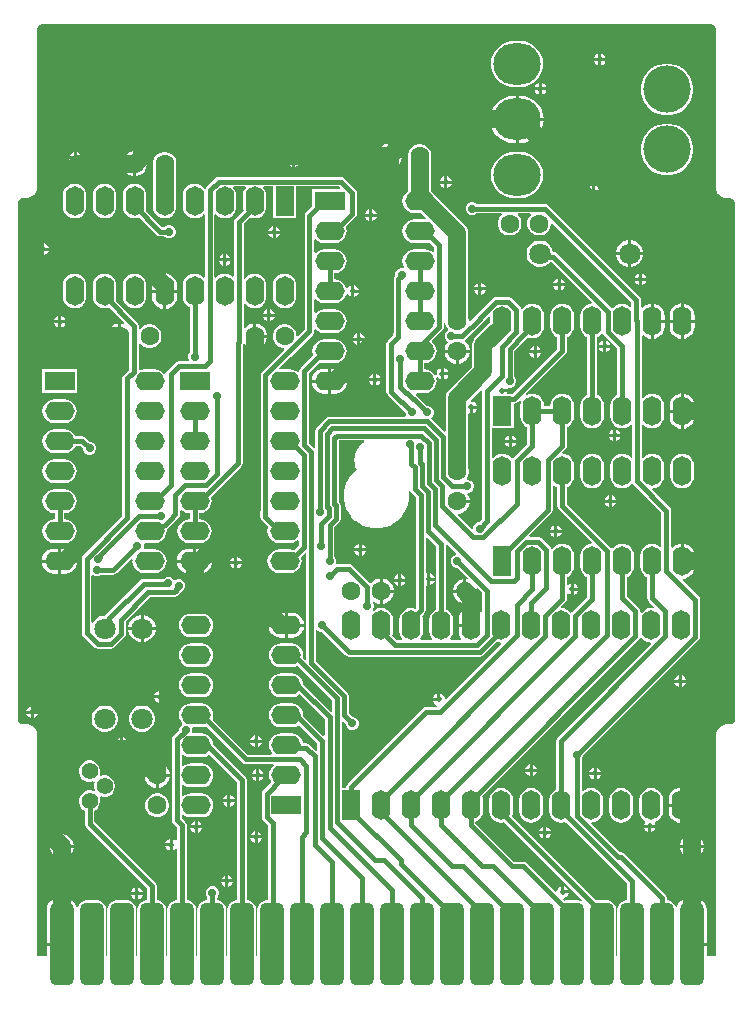
<source format=gbl>
G04*
G04 #@! TF.GenerationSoftware,Altium Limited,Altium Designer,21.2.2 (38)*
G04*
G04 Layer_Physical_Order=2*
G04 Layer_Color=16711680*
%FSLAX25Y25*%
%MOIN*%
G70*
G04*
G04 #@! TF.SameCoordinates,E534A7AC-AC44-48D5-B16F-5E538074D1C0*
G04*
G04*
G04 #@! TF.FilePolarity,Positive*
G04*
G01*
G75*
G04:AMPARAMS|DCode=24|XSize=78.74mil|YSize=275.59mil|CornerRadius=19.68mil|HoleSize=0mil|Usage=FLASHONLY|Rotation=0.000|XOffset=0mil|YOffset=0mil|HoleType=Round|Shape=RoundedRectangle|*
%AMROUNDEDRECTD24*
21,1,0.07874,0.23622,0,0,0.0*
21,1,0.03937,0.27559,0,0,0.0*
1,1,0.03937,0.01968,-0.11811*
1,1,0.03937,-0.01968,-0.11811*
1,1,0.03937,-0.01968,0.11811*
1,1,0.03937,0.01968,0.11811*
%
%ADD24ROUNDEDRECTD24*%
%ADD25C,0.01575*%
%ADD26C,0.05906*%
%ADD27R,0.09843X0.06299*%
%ADD28O,0.09843X0.06299*%
%ADD29C,0.05512*%
%ADD30C,0.06299*%
%ADD31C,0.07087*%
%ADD32O,0.15748X0.13780*%
%ADD33O,0.06299X0.09843*%
%ADD34R,0.06299X0.09843*%
%ADD35C,0.01968*%
%ADD36C,0.02756*%
%ADD37C,0.15748*%
%ADD38C,0.05906*%
G36*
X232265Y326481D02*
X232590Y326416D01*
X232896Y326289D01*
X233171Y326105D01*
X233405Y325871D01*
X233589Y325596D01*
X233716Y325290D01*
X233781Y324966D01*
X233781Y324800D01*
X233781Y272200D01*
X233785Y272175D01*
X233782Y272150D01*
X233795Y271876D01*
X233814Y271803D01*
Y271727D01*
X233920Y271191D01*
X233959Y271098D01*
X233978Y270999D01*
X234188Y270494D01*
X234244Y270410D01*
X234282Y270317D01*
X234586Y269862D01*
X234657Y269791D01*
X234713Y269708D01*
X235100Y269321D01*
X235183Y269265D01*
X235254Y269194D01*
X235710Y268890D01*
X235802Y268851D01*
X235886Y268796D01*
X236391Y268586D01*
X236490Y268567D01*
X236583Y268528D01*
X237120Y268421D01*
X237195D01*
X237268Y268403D01*
X237542Y268390D01*
X237567Y268393D01*
X237592Y268388D01*
X238498D01*
X238656Y268388D01*
X238966Y268327D01*
X239258Y268206D01*
X239520Y268030D01*
X239744Y267807D01*
X239919Y267544D01*
X240040Y267252D01*
X240102Y266942D01*
Y266784D01*
X240102Y94700D01*
X240102Y94542D01*
X240040Y94232D01*
X239919Y93940D01*
X239744Y93677D01*
X239520Y93454D01*
X239258Y93278D01*
X238966Y93158D01*
X238656Y93096D01*
X237592D01*
X237567Y93091D01*
X237542Y93095D01*
X237268Y93081D01*
X237195Y93063D01*
X237120D01*
X236583Y92956D01*
X236490Y92918D01*
X236391Y92898D01*
X235886Y92689D01*
X235802Y92633D01*
X235710Y92594D01*
X235254Y92290D01*
X235183Y92219D01*
X235100Y92163D01*
X234713Y91777D01*
X234657Y91693D01*
X234586Y91622D01*
X234282Y91167D01*
X234244Y91074D01*
X234188Y90991D01*
X233978Y90485D01*
X233959Y90386D01*
X233920Y90294D01*
X233814Y89757D01*
Y89681D01*
X233795Y89608D01*
X233782Y89334D01*
X233785Y89309D01*
X233781Y89284D01*
Y15822D01*
X230663D01*
Y19300D01*
X225700D01*
Y19800D01*
X225200D01*
Y34605D01*
X223731D01*
X222957Y34503D01*
X222234Y34204D01*
X221614Y33728D01*
X221139Y33108D01*
X220839Y32386D01*
X220438Y32340D01*
X220334Y32378D01*
X220076Y33001D01*
X219634Y33577D01*
X219058Y34018D01*
X218388Y34296D01*
X217669Y34391D01*
X217306D01*
Y35312D01*
X217183Y35926D01*
X216835Y36447D01*
X216835Y36447D01*
X203306Y49977D01*
X202785Y50325D01*
X202170Y50447D01*
X202170Y50447D01*
X201641D01*
X192223Y59865D01*
X192407Y60388D01*
X193198Y60493D01*
X194156Y60889D01*
X194978Y61520D01*
X195609Y62343D01*
X196006Y63301D01*
X196141Y64328D01*
Y67872D01*
X196006Y68899D01*
X195609Y69857D01*
X194978Y70680D01*
X194156Y71311D01*
X193198Y71707D01*
X192170Y71843D01*
X191142Y71707D01*
X190185Y71311D01*
X189551Y70825D01*
X189051Y71065D01*
Y81443D01*
X189281Y81673D01*
X189611Y82469D01*
Y82794D01*
X228030Y121213D01*
X228030Y121213D01*
X228378Y121734D01*
X228500Y122348D01*
X228500Y122348D01*
Y134652D01*
X228500Y134652D01*
X228378Y135267D01*
X228030Y135788D01*
X222747Y141071D01*
X222926Y141599D01*
X223583Y141685D01*
X224593Y142104D01*
X225460Y142769D01*
X226125Y143636D01*
X226543Y144645D01*
X226685Y145728D01*
Y147000D01*
X222500D01*
Y147500D01*
X222000D01*
Y153391D01*
X221417Y153314D01*
X220407Y152896D01*
X219541Y152231D01*
X219330Y151957D01*
X218830Y152127D01*
Y164323D01*
X218708Y164937D01*
X218360Y165458D01*
X218360Y165458D01*
X212553Y171265D01*
X212736Y171789D01*
X213528Y171893D01*
X214486Y172289D01*
X215308Y172920D01*
X215939Y173743D01*
X216336Y174701D01*
X216471Y175728D01*
Y179272D01*
X216336Y180299D01*
X215939Y181257D01*
X215308Y182080D01*
X214486Y182711D01*
X213528Y183107D01*
X212500Y183243D01*
X211472Y183107D01*
X210514Y182711D01*
X209692Y182080D01*
X209579Y181932D01*
X209106Y182093D01*
Y192907D01*
X209579Y193068D01*
X209692Y192920D01*
X210514Y192289D01*
X211472Y191893D01*
X212500Y191757D01*
X213528Y191893D01*
X214486Y192289D01*
X215308Y192920D01*
X215939Y193743D01*
X216336Y194701D01*
X216471Y195728D01*
Y199272D01*
X216336Y200299D01*
X215939Y201257D01*
X215308Y202080D01*
X214486Y202711D01*
X213528Y203107D01*
X212500Y203243D01*
X211472Y203107D01*
X210514Y202711D01*
X209692Y202080D01*
X209579Y201932D01*
X209106Y202093D01*
Y222598D01*
X209606Y222719D01*
X210407Y222104D01*
X211417Y221686D01*
X212000Y221609D01*
Y227500D01*
Y233391D01*
X211417Y233314D01*
X210407Y232896D01*
X209541Y232231D01*
X209330Y231957D01*
X208830Y232127D01*
Y234457D01*
X208708Y235071D01*
X208360Y235592D01*
X208360Y235592D01*
X177817Y266135D01*
X177296Y266483D01*
X176681Y266606D01*
X176681Y266606D01*
X153957D01*
X153727Y266836D01*
X152931Y267165D01*
X152069D01*
X151273Y266836D01*
X150664Y266227D01*
X150335Y265431D01*
Y264569D01*
X150664Y263773D01*
X151273Y263164D01*
X152069Y262835D01*
X152931D01*
X153727Y263164D01*
X153957Y263394D01*
X162119D01*
X162327Y262894D01*
X161850Y262417D01*
X161331Y261520D01*
X161063Y260518D01*
Y259482D01*
X161331Y258480D01*
X161850Y257583D01*
X162583Y256850D01*
X163480Y256331D01*
X164482Y256063D01*
X165518D01*
X166520Y256331D01*
X167417Y256850D01*
X168150Y257583D01*
X168669Y258480D01*
X168937Y259482D01*
Y260518D01*
X168669Y261520D01*
X168150Y262417D01*
X167673Y262894D01*
X167880Y263394D01*
X171962D01*
X172169Y262894D01*
X171692Y262417D01*
X171174Y261520D01*
X170905Y260518D01*
Y259482D01*
X171174Y258480D01*
X171692Y257583D01*
X172425Y256850D01*
X173323Y256331D01*
X174324Y256063D01*
X175361D01*
X176362Y256331D01*
X177260Y256850D01*
X177993Y257583D01*
X178511Y258480D01*
X178779Y259482D01*
Y259924D01*
X179279Y260131D01*
X205619Y233792D01*
Y232465D01*
X205119Y232225D01*
X204486Y232711D01*
X203528Y233107D01*
X202500Y233243D01*
X201472Y233107D01*
X200515Y232711D01*
X199692Y232080D01*
X199441Y231752D01*
X199019Y231766D01*
X198881Y231843D01*
X180643Y250081D01*
X180122Y250429D01*
X179508Y250551D01*
X179331Y250570D01*
X179036Y251672D01*
X178465Y252659D01*
X177659Y253465D01*
X176672Y254036D01*
X175570Y254331D01*
X174430D01*
X173328Y254036D01*
X172341Y253465D01*
X171535Y252659D01*
X170964Y251672D01*
X170669Y250570D01*
Y249430D01*
X170964Y248328D01*
X171535Y247341D01*
X172341Y246535D01*
X173328Y245964D01*
X174430Y245669D01*
X175570D01*
X176672Y245964D01*
X177659Y246535D01*
X178464Y247340D01*
X178842D01*
X192447Y233735D01*
X192264Y233211D01*
X191472Y233107D01*
X190515Y232711D01*
X189692Y232080D01*
X189061Y231257D01*
X188664Y230299D01*
X188529Y229272D01*
Y225728D01*
X188664Y224701D01*
X189061Y223743D01*
X189692Y222920D01*
X190515Y222289D01*
X190894Y222132D01*
Y202868D01*
X190515Y202711D01*
X189692Y202080D01*
X189061Y201257D01*
X188664Y200299D01*
X188529Y199272D01*
Y195728D01*
X188664Y194701D01*
X189061Y193743D01*
X189692Y192920D01*
X190515Y192289D01*
X191472Y191893D01*
X192500Y191757D01*
X193528Y191893D01*
X194485Y192289D01*
X195308Y192920D01*
X195939Y193743D01*
X196336Y194701D01*
X196471Y195728D01*
Y199272D01*
X196336Y200299D01*
X195939Y201257D01*
X195308Y202080D01*
X194485Y202711D01*
X194106Y202868D01*
Y222132D01*
X194485Y222289D01*
X195308Y222920D01*
X195722Y223460D01*
X196257Y223336D01*
X196292Y223157D01*
X196640Y222636D01*
X200894Y218382D01*
Y202868D01*
X200515Y202711D01*
X199692Y202080D01*
X199061Y201257D01*
X198664Y200299D01*
X198529Y199272D01*
Y195728D01*
X198664Y194701D01*
X199061Y193743D01*
X199692Y192920D01*
X200515Y192289D01*
X201472Y191893D01*
X202500Y191757D01*
X203528Y191893D01*
X204486Y192289D01*
X205308Y192920D01*
X205421Y193068D01*
X205894Y192907D01*
Y182093D01*
X205421Y181932D01*
X205308Y182080D01*
X204486Y182711D01*
X203528Y183107D01*
X202500Y183243D01*
X201472Y183107D01*
X200515Y182711D01*
X199692Y182080D01*
X199061Y181257D01*
X198664Y180299D01*
X198529Y179272D01*
Y175728D01*
X198664Y174701D01*
X199061Y173743D01*
X199692Y172920D01*
X200515Y172289D01*
X201472Y171893D01*
X202500Y171757D01*
X203528Y171893D01*
X204486Y172289D01*
X205308Y172920D01*
X205573Y173266D01*
X205587Y173271D01*
X206163Y173214D01*
X206365Y172912D01*
X215619Y163657D01*
Y152465D01*
X215119Y152225D01*
X214486Y152711D01*
X213528Y153107D01*
X212500Y153243D01*
X211472Y153107D01*
X210514Y152711D01*
X209692Y152080D01*
X209061Y151257D01*
X208664Y150299D01*
X208529Y149272D01*
Y145728D01*
X208664Y144701D01*
X209061Y143743D01*
X209692Y142920D01*
X210514Y142289D01*
X210894Y142132D01*
Y135156D01*
X210894Y135156D01*
X211017Y134541D01*
X211365Y134021D01*
X213170Y132215D01*
X212936Y131742D01*
X212170Y131843D01*
X211142Y131707D01*
X210185Y131311D01*
X209362Y130680D01*
X209000Y130208D01*
X208500Y130377D01*
Y130761D01*
X208500Y130761D01*
X208378Y131376D01*
X208030Y131897D01*
X204106Y135821D01*
Y142132D01*
X204486Y142289D01*
X205308Y142920D01*
X205939Y143743D01*
X206336Y144701D01*
X206471Y145728D01*
Y149272D01*
X206336Y150299D01*
X205939Y151257D01*
X205308Y152080D01*
X204486Y152711D01*
X203528Y153107D01*
X202500Y153243D01*
X201472Y153107D01*
X200515Y152711D01*
X199692Y152080D01*
X199418Y151722D01*
X199299Y151698D01*
X198827Y151774D01*
X198581Y152143D01*
X184106Y166618D01*
Y172132D01*
X184485Y172289D01*
X185308Y172920D01*
X185939Y173743D01*
X186336Y174701D01*
X186471Y175728D01*
Y179272D01*
X186336Y180299D01*
X185939Y181257D01*
X185308Y182080D01*
X184485Y182711D01*
X183528Y183107D01*
X182736Y183212D01*
X182553Y183735D01*
X183635Y184818D01*
X183635Y184818D01*
X183983Y185338D01*
X184106Y185953D01*
Y192132D01*
X184485Y192289D01*
X185308Y192920D01*
X185939Y193743D01*
X186336Y194701D01*
X186471Y195728D01*
Y199272D01*
X186336Y200299D01*
X185939Y201257D01*
X185308Y202080D01*
X184485Y202711D01*
X183528Y203107D01*
X182500Y203243D01*
X181472Y203107D01*
X180515Y202711D01*
X179692Y202080D01*
X179061Y201257D01*
X178664Y200299D01*
X178529Y199272D01*
Y199106D01*
X176471D01*
Y199272D01*
X176336Y200299D01*
X175939Y201257D01*
X175308Y202080D01*
X174486Y202711D01*
X173528Y203107D01*
X172500Y203243D01*
X171472Y203107D01*
X170811Y202834D01*
X170528Y203257D01*
X183635Y216365D01*
X183635Y216365D01*
X183983Y216886D01*
X184106Y217500D01*
Y222132D01*
X184485Y222289D01*
X185308Y222920D01*
X185939Y223743D01*
X186336Y224701D01*
X186471Y225728D01*
Y229272D01*
X186336Y230299D01*
X185939Y231257D01*
X185308Y232080D01*
X184485Y232711D01*
X183528Y233107D01*
X182500Y233243D01*
X181472Y233107D01*
X180515Y232711D01*
X179692Y232080D01*
X179061Y231257D01*
X178664Y230299D01*
X178529Y229272D01*
Y225728D01*
X178664Y224701D01*
X179061Y223743D01*
X179692Y222920D01*
X180515Y222289D01*
X180894Y222132D01*
Y218165D01*
X165966Y203237D01*
X164862D01*
X164862Y203237D01*
X164722Y203209D01*
X164476D01*
X164198Y203624D01*
X164259Y203772D01*
X162318D01*
Y204772D01*
X164259D01*
X164184Y204953D01*
X164566Y205336D01*
X164569Y205335D01*
X165431D01*
X166227Y205664D01*
X166836Y206273D01*
X167165Y207069D01*
Y207931D01*
X166836Y208727D01*
X166606Y208957D01*
Y217541D01*
X170722Y221658D01*
X170722Y221658D01*
X170766Y221724D01*
X171092Y222050D01*
X171472Y221893D01*
X172500Y221757D01*
X173528Y221893D01*
X174486Y222289D01*
X175308Y222920D01*
X175939Y223743D01*
X176336Y224701D01*
X176471Y225728D01*
Y229272D01*
X176336Y230299D01*
X175939Y231257D01*
X175308Y232080D01*
X174486Y232711D01*
X173528Y233107D01*
X172500Y233243D01*
X171472Y233107D01*
X170515Y232711D01*
X169692Y232080D01*
X169278Y231540D01*
X168743Y231664D01*
X168708Y231843D01*
X168360Y232364D01*
X168360Y232364D01*
X165592Y235131D01*
X165071Y235479D01*
X164457Y235602D01*
X164457Y235602D01*
X160543D01*
X159929Y235479D01*
X159408Y235131D01*
X159408Y235131D01*
X153863Y229586D01*
X153592Y229182D01*
X151899Y227488D01*
X151437Y227680D01*
Y228018D01*
X151272Y228632D01*
Y256772D01*
X151144Y257748D01*
X150767Y258658D01*
X150168Y259439D01*
X140274Y269333D01*
X140211Y269485D01*
X139580Y270308D01*
X138772Y270927D01*
Y281367D01*
X138937Y281982D01*
Y283018D01*
X138669Y284020D01*
X138150Y284917D01*
X137417Y285650D01*
X136520Y286169D01*
X135518Y286437D01*
X134482D01*
X133480Y286169D01*
X132583Y285650D01*
X131850Y284917D01*
X131331Y284020D01*
X131063Y283018D01*
Y281982D01*
X131228Y281367D01*
Y270927D01*
X130420Y270308D01*
X129789Y269485D01*
X129393Y268528D01*
X129257Y267500D01*
X129393Y266472D01*
X129789Y265514D01*
X130420Y264692D01*
X131243Y264061D01*
X132201Y263664D01*
X133228Y263529D01*
X135408D01*
X137021Y261916D01*
X136848Y261565D01*
X136759Y261471D01*
X133228D01*
X132201Y261336D01*
X131243Y260939D01*
X130420Y260308D01*
X129789Y259486D01*
X129393Y258528D01*
X129257Y257500D01*
X129393Y256472D01*
X129789Y255515D01*
X130420Y254692D01*
X131243Y254061D01*
X132201Y253664D01*
X133228Y253529D01*
X136772D01*
X137799Y253664D01*
X138179Y253822D01*
X139890Y252111D01*
Y250693D01*
X139390Y250453D01*
X138757Y250939D01*
X137799Y251336D01*
X136772Y251471D01*
X133228D01*
X132201Y251336D01*
X131243Y250939D01*
X130420Y250308D01*
X129789Y249485D01*
X129393Y248528D01*
X129257Y247500D01*
X129393Y246472D01*
X129783Y245531D01*
X129739Y245435D01*
X129630Y245262D01*
X129480Y245096D01*
X128664D01*
X127868Y244766D01*
X127259Y244157D01*
X126929Y243361D01*
Y242750D01*
X126733Y242553D01*
X126384Y242032D01*
X126262Y241418D01*
X126262Y241418D01*
Y222858D01*
X124416Y221012D01*
X124068Y220491D01*
X123945Y219877D01*
X123945Y219877D01*
Y203996D01*
X123945Y203996D01*
X124068Y203382D01*
X124416Y202861D01*
X130335Y196942D01*
Y196616D01*
X130510Y196193D01*
X130176Y195693D01*
X104906D01*
X104906Y195693D01*
X104292Y195571D01*
X103771Y195223D01*
X103771Y195223D01*
X100676Y192128D01*
X100328Y191607D01*
X100205Y190992D01*
X100205Y190992D01*
Y185385D01*
X99705Y185178D01*
X98102Y186781D01*
Y210103D01*
X101821Y213822D01*
X102201Y213664D01*
X103228Y213529D01*
X106772D01*
X107799Y213664D01*
X108757Y214061D01*
X109580Y214692D01*
X110211Y215514D01*
X110607Y216472D01*
X110743Y217500D01*
X110607Y218528D01*
X110211Y219485D01*
X109580Y220308D01*
X108757Y220939D01*
X107799Y221336D01*
X106772Y221471D01*
X103228D01*
X102201Y221336D01*
X101243Y220939D01*
X100420Y220308D01*
X99789Y219485D01*
X99393Y218528D01*
X99257Y217500D01*
X99393Y216472D01*
X99550Y216092D01*
X95361Y211903D01*
X95013Y211382D01*
X94890Y210768D01*
X94890Y210768D01*
Y210693D01*
X94390Y210453D01*
X93757Y210939D01*
X92799Y211336D01*
X91772Y211471D01*
X88496D01*
X88289Y211971D01*
X91700Y215382D01*
X92105Y215652D01*
X99435Y222983D01*
X99435Y222983D01*
X99783Y223504D01*
X99906Y224119D01*
Y224585D01*
X100379Y224746D01*
X100420Y224692D01*
X101243Y224061D01*
X102201Y223664D01*
X103228Y223529D01*
X106772D01*
X107799Y223664D01*
X108757Y224061D01*
X109580Y224692D01*
X110211Y225515D01*
X110607Y226472D01*
X110743Y227500D01*
X110607Y228528D01*
X110211Y229486D01*
X109580Y230308D01*
X108757Y230939D01*
X107799Y231336D01*
X106772Y231471D01*
X103228D01*
X102201Y231336D01*
X101243Y230939D01*
X100420Y230308D01*
X100379Y230254D01*
X99906Y230415D01*
Y234585D01*
X100379Y234746D01*
X100420Y234692D01*
X101243Y234061D01*
X102201Y233664D01*
X103228Y233529D01*
X106772D01*
X107799Y233664D01*
X108757Y234061D01*
X109580Y234692D01*
X110211Y235514D01*
X110552Y236338D01*
X111013Y236389D01*
X111077Y236376D01*
X111635Y235818D01*
X112259Y235559D01*
Y237500D01*
Y239441D01*
X111635Y239182D01*
X111077Y238624D01*
X111013Y238611D01*
X110552Y238662D01*
X110211Y239486D01*
X109580Y240308D01*
X108757Y240939D01*
X107799Y241336D01*
X106772Y241471D01*
X106606D01*
Y243529D01*
X106772D01*
X107799Y243664D01*
X108757Y244061D01*
X109580Y244692D01*
X110211Y245514D01*
X110607Y246472D01*
X110743Y247500D01*
X110607Y248528D01*
X110211Y249485D01*
X109580Y250308D01*
X108757Y250939D01*
X107799Y251336D01*
X106772Y251471D01*
X103228D01*
X102201Y251336D01*
X101243Y250939D01*
X100420Y250308D01*
X100379Y250254D01*
X99906Y250415D01*
Y254585D01*
X100379Y254746D01*
X100420Y254692D01*
X101243Y254061D01*
X102201Y253664D01*
X103228Y253529D01*
X106772D01*
X107799Y253664D01*
X108757Y254061D01*
X109580Y254692D01*
X110211Y255515D01*
X110607Y256472D01*
X110743Y257500D01*
X110607Y258528D01*
X110450Y258908D01*
X113635Y262093D01*
X113983Y262614D01*
X114106Y263228D01*
X114106Y263228D01*
Y270298D01*
X114106Y270298D01*
X113983Y270912D01*
X113635Y271433D01*
X109937Y275131D01*
X109416Y275480D01*
X108802Y275602D01*
X108802Y275602D01*
X68043D01*
X68043Y275602D01*
X67429Y275480D01*
X66908Y275131D01*
X66908Y275131D01*
X64140Y272364D01*
X63792Y271843D01*
X63757Y271665D01*
X63222Y271540D01*
X62808Y272080D01*
X61985Y272711D01*
X61028Y273107D01*
X60000Y273243D01*
X58972Y273107D01*
X58015Y272711D01*
X57192Y272080D01*
X56561Y271257D01*
X56164Y270299D01*
X56029Y269272D01*
Y265728D01*
X56164Y264701D01*
X56561Y263743D01*
X57192Y262920D01*
X58015Y262289D01*
X58972Y261893D01*
X60000Y261757D01*
X61028Y261893D01*
X61985Y262289D01*
X62808Y262920D01*
X62921Y263068D01*
X63394Y262907D01*
Y242093D01*
X62921Y241932D01*
X62808Y242080D01*
X61985Y242711D01*
X61028Y243107D01*
X60000Y243243D01*
X58972Y243107D01*
X58015Y242711D01*
X57192Y242080D01*
X56561Y241257D01*
X56164Y240299D01*
X56029Y239272D01*
Y235728D01*
X56164Y234701D01*
X56561Y233743D01*
X57192Y232920D01*
X58015Y232289D01*
X58394Y232132D01*
Y217067D01*
X58164Y216837D01*
X57835Y216041D01*
Y215179D01*
X58072Y214606D01*
X57789Y214106D01*
X54702D01*
X54702Y214106D01*
X54088Y213983D01*
X53567Y213635D01*
X53567Y213635D01*
X50838Y210907D01*
X50490Y210386D01*
X50420Y210034D01*
X49885Y209909D01*
X49580Y210308D01*
X48757Y210939D01*
X47799Y211336D01*
X46772Y211471D01*
X43228D01*
X42201Y211336D01*
X41746Y211147D01*
X41330Y211425D01*
Y219983D01*
X41830Y220116D01*
X41850Y220083D01*
X42583Y219350D01*
X43480Y218831D01*
X44482Y218563D01*
X45518D01*
X46520Y218831D01*
X47417Y219350D01*
X48150Y220083D01*
X48669Y220980D01*
X48937Y221982D01*
Y223018D01*
X48669Y224020D01*
X48150Y224917D01*
X47417Y225650D01*
X46520Y226169D01*
X45518Y226437D01*
X44482D01*
X43480Y226169D01*
X42583Y225650D01*
X41850Y224917D01*
X41830Y224884D01*
X41330Y225017D01*
Y226004D01*
X41208Y226618D01*
X40860Y227139D01*
X40860Y227139D01*
X33678Y234321D01*
X33836Y234701D01*
X33971Y235728D01*
Y239272D01*
X33836Y240299D01*
X33439Y241257D01*
X32808Y242080D01*
X31986Y242711D01*
X31028Y243107D01*
X30000Y243243D01*
X28972Y243107D01*
X28014Y242711D01*
X27192Y242080D01*
X26561Y241257D01*
X26164Y240299D01*
X26029Y239272D01*
Y235728D01*
X26164Y234701D01*
X26561Y233743D01*
X27192Y232920D01*
X28014Y232289D01*
X28972Y231893D01*
X30000Y231757D01*
X31028Y231893D01*
X31408Y232050D01*
X36563Y226895D01*
X36304Y226447D01*
X35546Y226650D01*
X35500D01*
Y222500D01*
Y218350D01*
X35546D01*
X36602Y218633D01*
X37548Y219180D01*
X37657Y219288D01*
X38119Y219097D01*
Y211343D01*
X36365Y209588D01*
X36017Y209067D01*
X35894Y208453D01*
X35894Y208453D01*
Y162490D01*
X22858Y149454D01*
X22510Y148933D01*
X22388Y148319D01*
X22388Y148319D01*
Y123506D01*
X22388Y123506D01*
X22510Y122892D01*
X22858Y122371D01*
X26234Y118996D01*
X26234Y118996D01*
X26755Y118648D01*
X26951Y118608D01*
X27266Y118398D01*
X27880Y118276D01*
X32120D01*
X32120Y118276D01*
X32734Y118398D01*
X33255Y118746D01*
X36635Y122126D01*
X36635Y122126D01*
X36983Y122648D01*
X37106Y123262D01*
X37106Y123262D01*
Y127259D01*
X45288Y135442D01*
X52974D01*
X52974Y135442D01*
X53589Y135564D01*
X54110Y135912D01*
X54169Y135971D01*
X54397Y136017D01*
X54918Y136365D01*
X55266Y136885D01*
X55325Y137186D01*
X55931Y137437D01*
X56540Y138046D01*
X56870Y138842D01*
Y139703D01*
X56540Y140499D01*
X55931Y141108D01*
X55135Y141438D01*
X54274D01*
X53702Y141200D01*
X53100Y141347D01*
X52491Y141956D01*
X51695Y142285D01*
X50834D01*
X50038Y141956D01*
X49688Y141606D01*
X43000D01*
X42386Y141483D01*
X41865Y141135D01*
X41865Y141135D01*
X30466Y129736D01*
X30195Y129331D01*
X29430D01*
X28328Y129036D01*
X27341Y128465D01*
X26535Y127659D01*
X26099Y126905D01*
X25599Y127039D01*
Y142660D01*
X26099Y142867D01*
X26214Y142752D01*
X27010Y142423D01*
X27871D01*
X28667Y142752D01*
X28897Y142982D01*
X32914D01*
X32914Y142982D01*
X33528Y143105D01*
X34049Y143453D01*
X38853Y148256D01*
X39326Y148023D01*
X39257Y147500D01*
X39393Y146472D01*
X39789Y145515D01*
X40420Y144692D01*
X41243Y144061D01*
X42201Y143664D01*
X43228Y143529D01*
X46772D01*
X47799Y143664D01*
X48757Y144061D01*
X49580Y144692D01*
X50211Y145515D01*
X50607Y146472D01*
X50743Y147500D01*
X50607Y148528D01*
X50211Y149486D01*
X49580Y150308D01*
X48757Y150939D01*
X47799Y151336D01*
X46772Y151471D01*
X43350D01*
X42972Y151865D01*
X43103Y152181D01*
Y153043D01*
X43084Y153089D01*
X43443Y153529D01*
X46772D01*
X47799Y153664D01*
X48757Y154061D01*
X49580Y154692D01*
X50211Y155515D01*
X50607Y156472D01*
X50743Y157500D01*
X50668Y158065D01*
X52795Y160192D01*
X52795Y160192D01*
X52795Y160192D01*
X54639Y162036D01*
X54639Y162036D01*
X54987Y162557D01*
X55110Y163171D01*
X55110Y163171D01*
Y164307D01*
X55610Y164547D01*
X56243Y164061D01*
X57201Y163664D01*
X58228Y163529D01*
X58394D01*
Y161471D01*
X58228D01*
X57201Y161336D01*
X56243Y160939D01*
X55420Y160308D01*
X54789Y159485D01*
X54393Y158528D01*
X54257Y157500D01*
X54393Y156472D01*
X54789Y155515D01*
X55420Y154692D01*
X56243Y154061D01*
X57201Y153664D01*
X58228Y153529D01*
X61772D01*
X62799Y153664D01*
X63757Y154061D01*
X64580Y154692D01*
X65211Y155515D01*
X65607Y156472D01*
X65743Y157500D01*
X65607Y158528D01*
X65211Y159485D01*
X64580Y160308D01*
X63757Y160939D01*
X62799Y161336D01*
X61772Y161471D01*
X61606D01*
Y163529D01*
X61772D01*
X62799Y163664D01*
X63757Y164061D01*
X64580Y164692D01*
X65211Y165515D01*
X65607Y166472D01*
X65743Y167500D01*
X65607Y168528D01*
X65450Y168908D01*
X65776Y169234D01*
X65842Y169278D01*
X75584Y179020D01*
X75932Y179541D01*
X76055Y180155D01*
X76055Y180155D01*
Y219598D01*
X76190Y219800D01*
X76450Y219881D01*
X76732Y219900D01*
X77452Y219180D01*
X78398Y218633D01*
X79454Y218350D01*
X79500D01*
Y222500D01*
Y226650D01*
X79454D01*
X78398Y226367D01*
X77452Y225820D01*
X76830Y225199D01*
X76330Y225406D01*
Y233223D01*
X76830Y233392D01*
X77192Y232920D01*
X78014Y232289D01*
X78972Y231893D01*
X80000Y231757D01*
X81028Y231893D01*
X81985Y232289D01*
X82808Y232920D01*
X83439Y233743D01*
X83836Y234701D01*
X83971Y235728D01*
Y239272D01*
X83836Y240299D01*
X83439Y241257D01*
X82808Y242080D01*
X81985Y242711D01*
X81028Y243107D01*
X80000Y243243D01*
X78972Y243107D01*
X78014Y242711D01*
X77192Y242080D01*
X76830Y241608D01*
X76330Y241777D01*
Y259788D01*
X78592Y262050D01*
X78972Y261893D01*
X80000Y261757D01*
X81028Y261893D01*
X81985Y262289D01*
X82808Y262920D01*
X83439Y263743D01*
X83836Y264701D01*
X83971Y265728D01*
Y269272D01*
X83836Y270299D01*
X83439Y271257D01*
X82953Y271890D01*
X83193Y272390D01*
X86063D01*
Y261791D01*
X93937D01*
Y272390D01*
X108137D01*
X108628Y271899D01*
X108437Y271437D01*
X99291D01*
Y265834D01*
X97165Y263707D01*
X96817Y263186D01*
X96694Y262572D01*
X96694Y262572D01*
Y224784D01*
X94399Y222488D01*
X93937Y222680D01*
Y223018D01*
X93669Y224020D01*
X93150Y224917D01*
X92417Y225650D01*
X91520Y226169D01*
X90518Y226437D01*
X89482D01*
X88480Y226169D01*
X87583Y225650D01*
X86850Y224917D01*
X86331Y224020D01*
X86063Y223018D01*
Y221982D01*
X86331Y220980D01*
X86850Y220083D01*
X87583Y219350D01*
X88480Y218831D01*
X89482Y218563D01*
X89757D01*
X89909Y218063D01*
X89700Y217923D01*
X82369Y210592D01*
X82020Y210071D01*
X81898Y209457D01*
X81898Y209457D01*
Y162224D01*
X81898Y162224D01*
X82020Y161610D01*
X82369Y161089D01*
X84550Y158908D01*
X84393Y158528D01*
X84257Y157500D01*
X84393Y156472D01*
X84789Y155515D01*
X85420Y154692D01*
X86243Y154061D01*
X87201Y153664D01*
X88228Y153529D01*
X91772D01*
X92799Y153664D01*
X93757Y154061D01*
X94390Y154547D01*
X94890Y154307D01*
Y152890D01*
X93179Y151178D01*
X92799Y151336D01*
X91772Y151471D01*
X88228D01*
X87201Y151336D01*
X86243Y150939D01*
X85420Y150308D01*
X84789Y149486D01*
X84393Y148528D01*
X84257Y147500D01*
X84393Y146472D01*
X84789Y145515D01*
X85420Y144692D01*
X86243Y144061D01*
X87201Y143664D01*
X88228Y143529D01*
X91772D01*
X92799Y143664D01*
X93757Y144061D01*
X94580Y144692D01*
X95211Y145515D01*
X95607Y146472D01*
X95743Y147500D01*
X95607Y148528D01*
X95450Y148908D01*
X96791Y150248D01*
X97253Y150057D01*
Y114831D01*
X96791Y114639D01*
X96182Y115248D01*
X96294Y116100D01*
X96158Y117128D01*
X95762Y118086D01*
X95131Y118908D01*
X94308Y119539D01*
X93351Y119936D01*
X92323Y120071D01*
X88779D01*
X87752Y119936D01*
X86794Y119539D01*
X85972Y118908D01*
X85341Y118086D01*
X84944Y117128D01*
X84809Y116100D01*
X84944Y115072D01*
X85341Y114114D01*
X85972Y113292D01*
X86794Y112661D01*
X87752Y112264D01*
X88779Y112129D01*
X92323D01*
X93351Y112264D01*
X94251Y112637D01*
X105840Y101049D01*
Y97456D01*
X105378Y97264D01*
X96256Y106386D01*
X96158Y107128D01*
X95762Y108086D01*
X95131Y108908D01*
X94308Y109539D01*
X93351Y109936D01*
X92323Y110071D01*
X88779D01*
X87752Y109936D01*
X86794Y109539D01*
X85972Y108908D01*
X85341Y108086D01*
X84944Y107128D01*
X84809Y106100D01*
X84944Y105072D01*
X85341Y104114D01*
X85972Y103292D01*
X86794Y102661D01*
X87752Y102264D01*
X88779Y102129D01*
X92323D01*
X93351Y102264D01*
X94308Y102661D01*
X94949Y103152D01*
X103394Y94707D01*
Y89530D01*
X102932Y89338D01*
X96280Y95991D01*
X96294Y96100D01*
X96158Y97128D01*
X95762Y98085D01*
X95131Y98908D01*
X94308Y99539D01*
X93351Y99936D01*
X92323Y100071D01*
X88779D01*
X87752Y99936D01*
X86794Y99539D01*
X85972Y98908D01*
X85341Y98085D01*
X84944Y97128D01*
X84809Y96100D01*
X84944Y95072D01*
X85341Y94115D01*
X85972Y93292D01*
X86794Y92661D01*
X87752Y92264D01*
X88779Y92129D01*
X92323D01*
X93351Y92264D01*
X94308Y92661D01*
X94738Y92991D01*
X100894Y86835D01*
Y84530D01*
X100432Y84338D01*
X98439Y86331D01*
X97918Y86680D01*
X97304Y86802D01*
X97304Y86802D01*
X96201D01*
X96158Y87128D01*
X95762Y88086D01*
X95131Y88908D01*
X94308Y89539D01*
X93351Y89936D01*
X92323Y90071D01*
X88779D01*
X87752Y89936D01*
X86794Y89539D01*
X85972Y88908D01*
X85341Y88086D01*
X84944Y87128D01*
X84809Y86100D01*
X84944Y85072D01*
X85341Y84114D01*
X85826Y83481D01*
X85586Y82981D01*
X77712D01*
X66001Y94692D01*
X66158Y95072D01*
X66294Y96100D01*
X66158Y97128D01*
X65762Y98085D01*
X65131Y98908D01*
X64308Y99539D01*
X63351Y99936D01*
X62323Y100071D01*
X58780D01*
X57752Y99936D01*
X56794Y99539D01*
X55972Y98908D01*
X55341Y98085D01*
X54944Y97128D01*
X54809Y96100D01*
X54944Y95072D01*
X55341Y94115D01*
X55811Y93502D01*
X55754Y92970D01*
X55692Y92877D01*
X55141Y92327D01*
X54812Y91531D01*
Y91084D01*
X52920Y89192D01*
X52572Y88671D01*
X52450Y88057D01*
X52450Y88057D01*
Y61202D01*
X52450Y61202D01*
X52572Y60588D01*
X52920Y60067D01*
X54094Y58892D01*
Y54619D01*
X53594Y54412D01*
X53324Y54682D01*
X52700Y54941D01*
Y53000D01*
Y51059D01*
X53324Y51318D01*
X53594Y51588D01*
X54094Y51381D01*
Y34391D01*
X53732D01*
X53012Y34296D01*
X52342Y34018D01*
X51766Y33577D01*
X51324Y33001D01*
X51047Y32331D01*
X50952Y31611D01*
Y15822D01*
X50448D01*
Y31611D01*
X50353Y32331D01*
X50076Y33001D01*
X49634Y33577D01*
X49058Y34018D01*
X48388Y34296D01*
X47668Y34391D01*
X47306D01*
Y39300D01*
X47306Y39300D01*
X47183Y39915D01*
X46835Y40435D01*
X26606Y60665D01*
Y64336D01*
X27176Y64665D01*
X27835Y65324D01*
X28302Y66132D01*
X28543Y67033D01*
Y67967D01*
X28320Y68801D01*
X28485Y69015D01*
X28699Y69180D01*
X29533Y68957D01*
X30466D01*
X31368Y69198D01*
X32176Y69665D01*
X32835Y70324D01*
X33302Y71132D01*
X33543Y72034D01*
Y72966D01*
X33302Y73868D01*
X32835Y74676D01*
X32176Y75335D01*
X31368Y75802D01*
X30466Y76043D01*
X29533D01*
X28699Y75820D01*
X28485Y75985D01*
X28320Y76199D01*
X28543Y77034D01*
Y77966D01*
X28302Y78868D01*
X27835Y79676D01*
X27176Y80335D01*
X26368Y80802D01*
X25466Y81043D01*
X24533D01*
X23632Y80802D01*
X22824Y80335D01*
X22165Y79676D01*
X21698Y78868D01*
X21457Y77966D01*
Y77034D01*
X21698Y76132D01*
X22165Y75324D01*
X22824Y74665D01*
X23632Y74198D01*
X24533Y73957D01*
X25466D01*
X26301Y74180D01*
X26515Y74015D01*
X26680Y73801D01*
X26457Y72966D01*
Y72034D01*
X26680Y71199D01*
X26515Y70985D01*
X26301Y70820D01*
X25466Y71043D01*
X24533D01*
X23632Y70802D01*
X22824Y70335D01*
X22165Y69676D01*
X21698Y68868D01*
X21457Y67967D01*
Y67033D01*
X21698Y66132D01*
X22165Y65324D01*
X22824Y64665D01*
X23394Y64336D01*
Y60000D01*
X23394Y60000D01*
X23517Y59386D01*
X23865Y58865D01*
X44094Y38635D01*
Y34391D01*
X43731D01*
X43012Y34296D01*
X42342Y34018D01*
X41766Y33577D01*
X41324Y33001D01*
X41047Y32331D01*
X40952Y31611D01*
Y15822D01*
X40448D01*
Y31611D01*
X40354Y32331D01*
X40076Y33001D01*
X39634Y33577D01*
X39058Y34018D01*
X38388Y34296D01*
X37668Y34391D01*
X33731D01*
X33012Y34296D01*
X32342Y34018D01*
X31766Y33577D01*
X31324Y33001D01*
X31047Y32331D01*
X30952Y31611D01*
Y15822D01*
X30448D01*
Y31611D01*
X30354Y32331D01*
X30076Y33001D01*
X29634Y33577D01*
X29058Y34018D01*
X28388Y34296D01*
X27668Y34391D01*
X23731D01*
X23012Y34296D01*
X22342Y34018D01*
X21766Y33577D01*
X21324Y33001D01*
X21066Y32378D01*
X20962Y32340D01*
X20561Y32386D01*
X20261Y33108D01*
X19786Y33728D01*
X19166Y34204D01*
X18443Y34503D01*
X17669Y34605D01*
X16200D01*
Y19800D01*
X15700D01*
Y19300D01*
X10737D01*
Y15822D01*
X7620D01*
X7620Y89384D01*
X7615Y89409D01*
X7618Y89434D01*
X7605Y89708D01*
X7587Y89781D01*
Y89857D01*
X7480Y90394D01*
X7441Y90486D01*
X7422Y90585D01*
X7212Y91091D01*
X7156Y91174D01*
X7118Y91267D01*
X6814Y91722D01*
X6743Y91793D01*
X6687Y91877D01*
X6300Y92264D01*
X6217Y92319D01*
X6146Y92390D01*
X5691Y92694D01*
X5598Y92733D01*
X5514Y92789D01*
X5009Y92998D01*
X4910Y93018D01*
X4817Y93056D01*
X4280Y93163D01*
X4205D01*
X4132Y93181D01*
X3858Y93195D01*
X3833Y93191D01*
X3808Y93196D01*
X2720Y93196D01*
X2720Y93196D01*
X2720Y93196D01*
X2562Y93196D01*
X2252Y93258D01*
X1960Y93379D01*
X1697Y93554D01*
X1474Y93778D01*
X1298Y94040D01*
X1177Y94332D01*
X1116Y94642D01*
Y94800D01*
X1116Y266884D01*
Y267059D01*
X1184Y267401D01*
X1317Y267724D01*
X1511Y268014D01*
X1758Y268261D01*
X2049Y268455D01*
X2371Y268589D01*
X2714Y268657D01*
X2888Y268657D01*
X2888Y268657D01*
X2888Y268657D01*
X3976Y268657D01*
X4001Y268662D01*
X4026Y268658D01*
X4284Y268671D01*
X4357Y268689D01*
X4432D01*
X4937Y268789D01*
X5030Y268828D01*
X5128Y268847D01*
X5603Y269044D01*
X5687Y269100D01*
X5780Y269139D01*
X6207Y269424D01*
X6278Y269495D01*
X6362Y269551D01*
X6725Y269915D01*
X6781Y269998D01*
X6852Y270069D01*
X7138Y270497D01*
X7176Y270590D01*
X7232Y270673D01*
X7429Y271148D01*
X7448Y271247D01*
X7487Y271340D01*
X7587Y271844D01*
Y271919D01*
X7606Y271993D01*
X7618Y272250D01*
X7615Y272275D01*
X7620Y272300D01*
X7620Y324900D01*
Y325056D01*
X7680Y325361D01*
X7799Y325649D01*
X7972Y325907D01*
X8192Y326128D01*
X8451Y326301D01*
X8739Y326420D01*
X9044Y326480D01*
X9200Y326480D01*
X232100Y326481D01*
X232265Y326481D01*
D02*
G37*
G36*
X77047Y271890D02*
X76561Y271257D01*
X76164Y270299D01*
X76029Y269272D01*
Y265728D01*
X76164Y264701D01*
X76322Y264321D01*
X73589Y261588D01*
X73241Y261067D01*
X73119Y260453D01*
X73119Y260453D01*
Y242465D01*
X72619Y242225D01*
X71986Y242711D01*
X71028Y243107D01*
X70000Y243243D01*
X68972Y243107D01*
X68015Y242711D01*
X67192Y242080D01*
X67079Y241932D01*
X66606Y242093D01*
Y262907D01*
X67079Y263068D01*
X67192Y262920D01*
X68015Y262289D01*
X68972Y261893D01*
X70000Y261757D01*
X71028Y261893D01*
X71986Y262289D01*
X72808Y262920D01*
X73439Y263743D01*
X73836Y264701D01*
X73971Y265728D01*
Y269272D01*
X73836Y270299D01*
X73439Y271257D01*
X72953Y271890D01*
X73193Y272390D01*
X76807D01*
X77047Y271890D01*
D02*
G37*
G36*
X158529Y229004D02*
Y226986D01*
X153632Y222089D01*
X153032Y221307D01*
X152655Y220398D01*
X152527Y219421D01*
Y212334D01*
X144833Y204640D01*
X144233Y203858D01*
X143856Y202948D01*
X143728Y201972D01*
Y190878D01*
X143266Y190686D01*
X138737Y195215D01*
X139336Y195814D01*
X139665Y196609D01*
Y197471D01*
X139336Y198267D01*
X138727Y198876D01*
X137931Y199206D01*
X137605D01*
X134271Y202540D01*
X133750Y202888D01*
X133679Y203029D01*
X133987Y203529D01*
X136772D01*
X137799Y203664D01*
X138757Y204061D01*
X139580Y204692D01*
X140211Y205515D01*
X140607Y206472D01*
X140743Y207500D01*
X140607Y208528D01*
X141043Y208782D01*
X141507Y208318D01*
X142131Y208059D01*
Y210000D01*
Y211941D01*
X141507Y211682D01*
X140949Y211124D01*
X140647Y210395D01*
Y209702D01*
X140400Y209579D01*
X140181Y209525D01*
X139580Y210308D01*
X138757Y210939D01*
X137799Y211336D01*
X136772Y211471D01*
X136606D01*
Y213529D01*
X136772D01*
X137799Y213664D01*
X138757Y214061D01*
X139580Y214692D01*
X140211Y215514D01*
X140607Y216472D01*
X140743Y217500D01*
X140607Y218528D01*
X140211Y219485D01*
X139580Y220308D01*
X139287Y220532D01*
X139255Y221031D01*
X142631Y224408D01*
X142631Y224408D01*
X142980Y224929D01*
X143102Y225543D01*
X143102Y225543D01*
Y226771D01*
X143602Y226837D01*
X143831Y225980D01*
X144350Y225083D01*
X144527Y224905D01*
X144430Y224414D01*
X144350Y224381D01*
X143740Y223772D01*
X143411Y222976D01*
Y222115D01*
X143740Y221319D01*
X144242Y220817D01*
X144344Y220212D01*
X144179Y220048D01*
X143633Y219102D01*
X143350Y218046D01*
Y218000D01*
X147500D01*
X151650D01*
Y218046D01*
X151367Y219102D01*
X150821Y220048D01*
X150181Y220688D01*
X150163Y221172D01*
X150207Y221306D01*
X150362Y221410D01*
X156133Y227181D01*
X156133Y227181D01*
X156404Y227586D01*
X158029Y229211D01*
X158529Y229004D01*
D02*
G37*
G36*
X155907Y204337D02*
X155894Y204272D01*
X155894Y204272D01*
Y161506D01*
X154895Y160506D01*
X154569D01*
X153773Y160176D01*
X153164Y159567D01*
X152835Y158771D01*
Y158462D01*
X152335Y158255D01*
X147701Y162889D01*
X147892Y163350D01*
X148046D01*
X149102Y163633D01*
X150048Y164180D01*
X150821Y164952D01*
X151367Y165898D01*
X151650Y166954D01*
Y167000D01*
X147500D01*
Y168000D01*
X151650D01*
Y168046D01*
X151367Y169102D01*
X150944Y169835D01*
X151206Y170335D01*
X151251D01*
X152047Y170664D01*
X152656Y171273D01*
X152986Y172069D01*
Y172931D01*
X152656Y173727D01*
X152047Y174336D01*
X151251Y174665D01*
X150940D01*
X150796Y174873D01*
X150698Y175165D01*
X151169Y175980D01*
X151437Y176982D01*
Y178018D01*
X151272Y178632D01*
Y196497D01*
X151688Y196774D01*
X151724Y196759D01*
Y198700D01*
X152224D01*
Y199200D01*
X154165D01*
X153907Y199824D01*
X153348Y200382D01*
X152619Y200684D01*
X152254D01*
X152047Y201184D01*
X155447Y204584D01*
X155907Y204337D01*
D02*
G37*
G36*
X168938Y200960D02*
X168664Y200299D01*
X168529Y199272D01*
Y195728D01*
X168664Y194701D01*
X169061Y193743D01*
X169692Y192920D01*
X170515Y192289D01*
X170894Y192132D01*
Y186618D01*
X166365Y182088D01*
X166163Y181787D01*
X165587Y181729D01*
X165573Y181735D01*
X165308Y182080D01*
X164486Y182711D01*
X163528Y183107D01*
X162500Y183243D01*
X161472Y183107D01*
X160514Y182711D01*
X159692Y182080D01*
X159579Y181932D01*
X159106Y182093D01*
Y191791D01*
X166437D01*
Y199599D01*
X166631Y200025D01*
X167245Y200148D01*
X167766Y200496D01*
X168514Y201243D01*
X168938Y200960D01*
D02*
G37*
G36*
X147304Y150127D02*
X147084Y149640D01*
X146349Y149336D01*
X145740Y148727D01*
X145410Y147931D01*
Y147069D01*
X145740Y146273D01*
X146349Y145664D01*
X147145Y145335D01*
X147510D01*
X151004Y141841D01*
X150745Y141393D01*
X150520Y141453D01*
X150500D01*
Y138000D01*
X153953D01*
Y138020D01*
X153893Y138245D01*
X154341Y138504D01*
X155894Y136950D01*
Y135299D01*
X155840Y135027D01*
X155840Y135027D01*
Y130727D01*
X155340Y130557D01*
X155130Y130831D01*
X154263Y131496D01*
X153253Y131914D01*
X152670Y131991D01*
Y126100D01*
X152170D01*
Y125600D01*
X147985D01*
Y124328D01*
X148127Y123245D01*
X148546Y122236D01*
X148949Y121710D01*
X148703Y121210D01*
X145364D01*
X145123Y121710D01*
X145609Y122343D01*
X146006Y123301D01*
X146141Y124328D01*
Y127872D01*
X146006Y128899D01*
X145609Y129857D01*
X144978Y130680D01*
X144156Y131311D01*
X143776Y131468D01*
Y152948D01*
X144276Y153156D01*
X147304Y150127D01*
D02*
G37*
G36*
X140565Y152538D02*
Y131468D01*
X140185Y131311D01*
X139362Y130680D01*
X138731Y129857D01*
X138335Y128899D01*
X138199Y127872D01*
Y124328D01*
X138335Y123301D01*
X138731Y122343D01*
X139217Y121710D01*
X138977Y121210D01*
X135364D01*
X135123Y121710D01*
X135609Y122343D01*
X136006Y123301D01*
X136141Y124328D01*
Y127872D01*
X136006Y128899D01*
X135887Y129188D01*
X136616Y129917D01*
X136964Y130438D01*
X137086Y131052D01*
X137086Y131052D01*
Y139250D01*
X137502Y139528D01*
X137539Y139512D01*
Y141453D01*
Y143393D01*
X137502Y143378D01*
X137086Y143656D01*
Y155363D01*
X137548Y155555D01*
X140565Y152538D01*
D02*
G37*
G36*
X180515Y172289D02*
X180894Y172132D01*
Y165953D01*
X180894Y165953D01*
X181017Y165339D01*
X181365Y164818D01*
X192447Y153735D01*
X192264Y153211D01*
X191472Y153107D01*
X190515Y152711D01*
X189692Y152080D01*
X189061Y151257D01*
X188664Y150299D01*
X188529Y149272D01*
Y145728D01*
X188664Y144701D01*
X189061Y143743D01*
X189692Y142920D01*
X190515Y142289D01*
X190894Y142132D01*
Y135548D01*
X185790Y130443D01*
X185651Y130366D01*
X185230Y130352D01*
X184978Y130680D01*
X184156Y131311D01*
X183198Y131707D01*
X182407Y131811D01*
X182223Y132335D01*
X183635Y133747D01*
X183635Y133747D01*
X183983Y134268D01*
X184106Y134883D01*
X184106Y134883D01*
Y136370D01*
X184606Y136577D01*
X184815Y136368D01*
X185439Y136109D01*
Y138050D01*
Y139991D01*
X184815Y139732D01*
X184606Y139523D01*
X184106Y139730D01*
Y142132D01*
X184485Y142289D01*
X185308Y142920D01*
X185939Y143743D01*
X186336Y144701D01*
X186471Y145728D01*
Y149272D01*
X186336Y150299D01*
X185939Y151257D01*
X185308Y152080D01*
X184485Y152711D01*
X183528Y153107D01*
X182500Y153243D01*
X181472Y153107D01*
X180515Y152711D01*
X179692Y152080D01*
X179278Y151540D01*
X178743Y151664D01*
X178708Y151843D01*
X178360Y152364D01*
X178360Y152364D01*
X175592Y155131D01*
X175071Y155480D01*
X174457Y155602D01*
X174457Y155602D01*
X171732D01*
X171541Y156064D01*
X178911Y163434D01*
X178911Y163434D01*
X179259Y163955D01*
X179381Y164569D01*
Y172535D01*
X179881Y172775D01*
X180515Y172289D01*
D02*
G37*
G36*
X116632Y187257D02*
X116026Y186852D01*
X115955Y186781D01*
X115872Y186725D01*
X114994Y185848D01*
X114938Y185765D01*
X114867Y185694D01*
X114178Y184662D01*
X114139Y184569D01*
X114084Y184485D01*
X113609Y183339D01*
X113589Y183240D01*
X113551Y183148D01*
X113309Y181930D01*
Y181830D01*
X113289Y181731D01*
Y180491D01*
X113309Y180392D01*
Y180292D01*
X113551Y179075D01*
X113589Y178982D01*
X113609Y178883D01*
X113996Y177948D01*
X113766Y177795D01*
X113695Y177724D01*
X113612Y177668D01*
X112241Y176297D01*
X112185Y176213D01*
X112114Y176142D01*
X111036Y174530D01*
X110998Y174437D01*
X110942Y174354D01*
X110200Y172562D01*
X110180Y172463D01*
X110142Y172371D01*
X109764Y170469D01*
Y170368D01*
X109744Y170270D01*
Y168330D01*
X109764Y168232D01*
Y168131D01*
X110142Y166229D01*
X110180Y166137D01*
X110200Y166038D01*
X110942Y164246D01*
X110998Y164163D01*
X111036Y164070D01*
X112114Y162458D01*
X112185Y162387D01*
X112241Y162303D01*
X113612Y160932D01*
X113695Y160876D01*
X113766Y160805D01*
X115379Y159728D01*
X115472Y159689D01*
X115555Y159634D01*
X117347Y158891D01*
X117445Y158872D01*
X117538Y158833D01*
X119440Y158455D01*
X119541D01*
X119639Y158435D01*
X121578D01*
X121677Y158455D01*
X121777D01*
X123679Y158833D01*
X123772Y158872D01*
X123871Y158891D01*
X125662Y159634D01*
X125746Y159689D01*
X125838Y159728D01*
X127451Y160805D01*
X127522Y160876D01*
X127605Y160932D01*
X128977Y162303D01*
X129033Y162387D01*
X129104Y162458D01*
X130181Y164070D01*
X130219Y164163D01*
X130275Y164246D01*
X131017Y166038D01*
X131037Y166137D01*
X131075Y166229D01*
X131454Y168131D01*
Y168232D01*
X131473Y168330D01*
Y170270D01*
X131454Y170368D01*
Y170469D01*
X131369Y170893D01*
X131843Y171015D01*
X132191Y170494D01*
X133874Y168811D01*
Y131960D01*
X133416Y131617D01*
X133198Y131707D01*
X132170Y131843D01*
X131142Y131707D01*
X130185Y131311D01*
X129362Y130680D01*
X128731Y129857D01*
X128334Y128899D01*
X128199Y127872D01*
Y124328D01*
X128334Y123301D01*
X128731Y122343D01*
X129217Y121710D01*
X128977Y121210D01*
X127560D01*
X125848Y122921D01*
X126006Y123301D01*
X126141Y124328D01*
Y127872D01*
X126006Y128899D01*
X125609Y129857D01*
X124978Y130680D01*
X124156Y131311D01*
X123198Y131707D01*
X122170Y131843D01*
X121142Y131707D01*
X120185Y131311D01*
X119696Y130935D01*
X119336Y131273D01*
X119665Y132069D01*
Y132931D01*
X119354Y133681D01*
X119343Y133752D01*
X119350Y133776D01*
X119932Y134001D01*
X120569Y133633D01*
X121624Y133350D01*
X121670D01*
Y137500D01*
Y141650D01*
X121624D01*
X120569Y141367D01*
X119622Y140821D01*
X119046Y140245D01*
X118719Y140102D01*
X118383Y140239D01*
X112487Y146135D01*
X111966Y146483D01*
X111352Y146606D01*
X111351Y146606D01*
X107500D01*
X107446Y146595D01*
X107129Y146981D01*
X107165Y147069D01*
Y147931D01*
X106836Y148727D01*
X106606Y148957D01*
Y158838D01*
X108261Y160494D01*
X108609Y161014D01*
X108732Y161629D01*
X108732Y161629D01*
Y166032D01*
X108732Y166032D01*
X108609Y166646D01*
X108261Y167167D01*
X108261Y167167D01*
X108141Y167288D01*
Y187757D01*
X116481D01*
X116632Y187257D01*
D02*
G37*
G36*
X101273Y124264D02*
X102069Y123935D01*
X102395D01*
X110223Y116106D01*
X110223Y116106D01*
X110744Y115758D01*
X111358Y115636D01*
X155160D01*
X155160Y115636D01*
X155774Y115758D01*
X156295Y116106D01*
X160817Y120628D01*
X161142Y120493D01*
X161934Y120388D01*
X162117Y119865D01*
X143846Y101594D01*
X143384Y101785D01*
Y101795D01*
X143082Y102524D01*
X142524Y103082D01*
X141900Y103341D01*
Y101400D01*
X141400D01*
Y100900D01*
X139459D01*
X139718Y100276D01*
X140276Y99718D01*
X140552Y99603D01*
X140740Y98984D01*
X140686Y98904D01*
X137244D01*
X136629Y98781D01*
X136108Y98433D01*
X136108Y98433D01*
X111035Y73360D01*
X110687Y72839D01*
X110564Y72224D01*
X110287Y71809D01*
X109051D01*
Y93891D01*
X109513Y94082D01*
X110335Y93261D01*
Y92936D01*
X110664Y92140D01*
X111273Y91531D01*
X112069Y91201D01*
X112931D01*
X113727Y91531D01*
X114336Y92140D01*
X114665Y92936D01*
Y93797D01*
X114336Y94593D01*
X113727Y95202D01*
X112931Y95532D01*
X112605D01*
X111414Y96724D01*
Y102692D01*
X111414Y102692D01*
X111291Y103306D01*
X110943Y103827D01*
X110943Y103827D01*
X100464Y114307D01*
Y124367D01*
X100964Y124574D01*
X101273Y124264D01*
D02*
G37*
G36*
X74094Y74007D02*
Y34391D01*
X73731D01*
X73012Y34296D01*
X72342Y34018D01*
X71766Y33577D01*
X71324Y33001D01*
X71047Y32331D01*
X70952Y31611D01*
Y15822D01*
X70448D01*
Y31611D01*
X70354Y32331D01*
X70076Y33001D01*
X69634Y33577D01*
X69058Y34018D01*
X68388Y34296D01*
X67668Y34391D01*
X67406D01*
Y35343D01*
X67736Y35673D01*
X68065Y36469D01*
Y37331D01*
X67736Y38127D01*
X67127Y38736D01*
X66331Y39065D01*
X65469D01*
X64673Y38736D01*
X64064Y38127D01*
X63735Y37331D01*
Y36469D01*
X64064Y35673D01*
X64194Y35543D01*
Y34391D01*
X63731D01*
X63012Y34296D01*
X62342Y34018D01*
X61766Y33577D01*
X61324Y33001D01*
X61046Y32331D01*
X60952Y31611D01*
Y15822D01*
X60448D01*
Y31611D01*
X60353Y32331D01*
X60076Y33001D01*
X59634Y33577D01*
X59058Y34018D01*
X58388Y34296D01*
X57669Y34391D01*
X57306D01*
Y59557D01*
X57183Y60172D01*
X56835Y60693D01*
X56835Y60693D01*
X55661Y61867D01*
Y62907D01*
X56161Y63147D01*
X56794Y62661D01*
X57752Y62264D01*
X58780Y62129D01*
X62323D01*
X63351Y62264D01*
X64308Y62661D01*
X65131Y63292D01*
X65762Y64114D01*
X66158Y65072D01*
X66294Y66100D01*
X66158Y67128D01*
X65762Y68085D01*
X65131Y68908D01*
X64308Y69539D01*
X63351Y69936D01*
X62323Y70071D01*
X58780D01*
X57752Y69936D01*
X56794Y69539D01*
X56161Y69053D01*
X55661Y69293D01*
Y72907D01*
X56161Y73147D01*
X56794Y72661D01*
X57752Y72264D01*
X58780Y72129D01*
X62323D01*
X63351Y72264D01*
X64308Y72661D01*
X65131Y73292D01*
X65762Y74115D01*
X66158Y75072D01*
X66294Y76100D01*
X66158Y77128D01*
X65762Y78086D01*
X65131Y78908D01*
X64308Y79539D01*
X63351Y79936D01*
X62323Y80071D01*
X58780D01*
X57752Y79936D01*
X56794Y79539D01*
X56161Y79053D01*
X55661Y79293D01*
Y82907D01*
X56161Y83147D01*
X56794Y82661D01*
X57752Y82264D01*
X58780Y82129D01*
X62323D01*
X63351Y82264D01*
X64308Y82661D01*
X64949Y83152D01*
X74094Y74007D01*
D02*
G37*
G36*
X209362Y121520D02*
X210185Y120889D01*
X211142Y120493D01*
X211934Y120388D01*
X212117Y119865D01*
X181035Y88782D01*
X180687Y88261D01*
X180564Y87647D01*
X180564Y87647D01*
Y71468D01*
X180185Y71311D01*
X179362Y70680D01*
X178731Y69857D01*
X178334Y68899D01*
X178199Y67872D01*
Y64328D01*
X178334Y63301D01*
X178731Y62343D01*
X179362Y61520D01*
X180185Y60889D01*
X181142Y60493D01*
X182170Y60357D01*
X183198Y60493D01*
X183578Y60650D01*
X183904Y60324D01*
X183948Y60258D01*
X204094Y40112D01*
Y34391D01*
X203731D01*
X203012Y34296D01*
X202342Y34018D01*
X201766Y33577D01*
X201324Y33001D01*
X201046Y32331D01*
X200952Y31611D01*
Y15822D01*
X200448D01*
Y31611D01*
X200354Y32331D01*
X200076Y33001D01*
X199634Y33577D01*
X199058Y34018D01*
X198388Y34296D01*
X197669Y34391D01*
X193800D01*
X165679Y62512D01*
X166006Y63301D01*
X166141Y64328D01*
Y67872D01*
X166006Y68899D01*
X165609Y69857D01*
X164978Y70680D01*
X164156Y71311D01*
X163198Y71707D01*
X162170Y71843D01*
X161142Y71707D01*
X160185Y71311D01*
X159362Y70680D01*
X158731Y69857D01*
X158335Y68899D01*
X158199Y67872D01*
Y64328D01*
X158335Y63301D01*
X158731Y62343D01*
X159362Y61520D01*
X160185Y60889D01*
X161142Y60493D01*
X162170Y60357D01*
X163162Y60488D01*
X189113Y34537D01*
X188830Y34113D01*
X188388Y34296D01*
X187669Y34391D01*
X183731D01*
X183282Y34332D01*
X182859Y34754D01*
X183051Y35216D01*
X183095D01*
X183824Y35518D01*
X184382Y36076D01*
X184641Y36700D01*
X182700D01*
Y37200D01*
X182200D01*
Y39141D01*
X181576Y38882D01*
X181018Y38324D01*
X180716Y37595D01*
Y37551D01*
X180254Y37359D01*
X170723Y46890D01*
X170202Y47238D01*
X169588Y47360D01*
X169588Y47360D01*
X166357D01*
X153606Y60111D01*
Y60662D01*
X154156Y60889D01*
X154978Y61520D01*
X155609Y62343D01*
X156006Y63301D01*
X156141Y64328D01*
Y67872D01*
X156006Y68899D01*
X155914Y69120D01*
X208030Y121236D01*
X208030Y121236D01*
X208378Y121757D01*
X208414Y121935D01*
X208948Y122060D01*
X209362Y121520D01*
D02*
G37*
G36*
X75912Y80240D02*
X76433Y79892D01*
X77047Y79770D01*
X77047Y79770D01*
X86274D01*
X86443Y79270D01*
X85972Y78908D01*
X85341Y78086D01*
X84944Y77128D01*
X84809Y76100D01*
X84944Y75072D01*
X85341Y74115D01*
X85626Y73743D01*
X84592Y72710D01*
X84592Y72710D01*
X84592Y72710D01*
X82920Y71037D01*
X82572Y70516D01*
X82450Y69902D01*
X82450Y69902D01*
Y62298D01*
X82450Y62298D01*
X82572Y61684D01*
X82920Y61163D01*
X84597Y59485D01*
Y34391D01*
X83732D01*
X83012Y34296D01*
X82342Y34018D01*
X81766Y33577D01*
X81324Y33001D01*
X81046Y32331D01*
X80952Y31611D01*
Y15822D01*
X80448D01*
Y31611D01*
X80353Y32331D01*
X80076Y33001D01*
X79634Y33577D01*
X79058Y34018D01*
X78388Y34296D01*
X77668Y34391D01*
X77306D01*
Y74672D01*
X77306Y74672D01*
X77183Y75286D01*
X76835Y75807D01*
X76835Y75807D01*
X66256Y86386D01*
X66158Y87128D01*
X65762Y88086D01*
X65131Y88908D01*
X64308Y89539D01*
X63351Y89936D01*
X62323Y90071D01*
X59345D01*
X59067Y90487D01*
X59142Y90669D01*
Y91531D01*
X59067Y91713D01*
X59345Y92129D01*
X62323D01*
X63351Y92264D01*
X63730Y92422D01*
X75912Y80240D01*
D02*
G37*
%LPC*%
G36*
X195500Y316641D02*
Y315200D01*
X196941D01*
X196682Y315824D01*
X196124Y316382D01*
X195500Y316641D01*
D02*
G37*
G36*
X194500D02*
X193876Y316382D01*
X193318Y315824D01*
X193059Y315200D01*
X194500D01*
Y316641D01*
D02*
G37*
G36*
X196941Y314200D02*
X195500D01*
Y312759D01*
X196124Y313018D01*
X196682Y313576D01*
X196941Y314200D01*
D02*
G37*
G36*
X194500D02*
X193059D01*
X193318Y313576D01*
X193876Y313018D01*
X194500Y312759D01*
Y314200D01*
D02*
G37*
G36*
X175800Y306941D02*
Y305500D01*
X177241D01*
X176982Y306124D01*
X176424Y306682D01*
X175800Y306941D01*
D02*
G37*
G36*
X174800D02*
X174176Y306682D01*
X173618Y306124D01*
X173359Y305500D01*
X174800D01*
Y306941D01*
D02*
G37*
G36*
X168473Y320918D02*
X166505D01*
X165000Y320770D01*
X163553Y320331D01*
X162219Y319618D01*
X161050Y318659D01*
X160091Y317490D01*
X159378Y316156D01*
X158939Y314709D01*
X158791Y313204D01*
X158939Y311699D01*
X159378Y310252D01*
X160091Y308918D01*
X161050Y307749D01*
X162219Y306790D01*
X163553Y306077D01*
X165000Y305638D01*
X166505Y305490D01*
X168473D01*
X169978Y305638D01*
X171426Y306077D01*
X172759Y306790D01*
X173928Y307749D01*
X174888Y308918D01*
X175601Y310252D01*
X176040Y311699D01*
X176188Y313204D01*
X176040Y314709D01*
X175601Y316156D01*
X174888Y317490D01*
X173928Y318659D01*
X172759Y319618D01*
X171426Y320331D01*
X169978Y320770D01*
X168473Y320918D01*
D02*
G37*
G36*
X177241Y304500D02*
X175800D01*
Y303059D01*
X176424Y303318D01*
X176982Y303876D01*
X177241Y304500D01*
D02*
G37*
G36*
X174800D02*
X173359D01*
X173618Y303876D01*
X174176Y303318D01*
X174800Y303059D01*
Y304500D01*
D02*
G37*
G36*
X218342Y313361D02*
X216636D01*
X214963Y313029D01*
X213387Y312376D01*
X211968Y311428D01*
X210761Y310221D01*
X209814Y308803D01*
X209161Y307226D01*
X208828Y305553D01*
Y303847D01*
X209161Y302174D01*
X209814Y300597D01*
X210761Y299179D01*
X211968Y297972D01*
X213387Y297024D01*
X214963Y296371D01*
X216636Y296039D01*
X218342D01*
X220016Y296371D01*
X221592Y297024D01*
X223011Y297972D01*
X224217Y299179D01*
X225165Y300597D01*
X225818Y302174D01*
X226151Y303847D01*
Y305553D01*
X225818Y307226D01*
X225165Y308803D01*
X224217Y310221D01*
X223011Y311428D01*
X221592Y312376D01*
X220016Y313029D01*
X218342Y313361D01*
D02*
G37*
G36*
X168473Y302628D02*
X167989D01*
Y295200D01*
X176352D01*
X176249Y296247D01*
X175798Y297734D01*
X175065Y299104D01*
X174079Y300306D01*
X172878Y301292D01*
X171507Y302025D01*
X170020Y302476D01*
X168473Y302628D01*
D02*
G37*
G36*
X166989D02*
X166505D01*
X164958Y302476D01*
X163471Y302025D01*
X162101Y301292D01*
X160899Y300306D01*
X159913Y299104D01*
X159180Y297734D01*
X158729Y296247D01*
X158626Y295200D01*
X166989D01*
Y302628D01*
D02*
G37*
G36*
X176352Y294200D02*
X167989D01*
Y286772D01*
X168473D01*
X170020Y286924D01*
X171507Y287375D01*
X172878Y288108D01*
X174079Y289094D01*
X175065Y290296D01*
X175798Y291666D01*
X176249Y293153D01*
X176352Y294200D01*
D02*
G37*
G36*
X166989D02*
X158626D01*
X158729Y293153D01*
X159180Y291666D01*
X159913Y290296D01*
X160899Y289094D01*
X162101Y288108D01*
X163471Y287375D01*
X164958Y286924D01*
X166505Y286772D01*
X166989D01*
Y294200D01*
D02*
G37*
G36*
X125546Y286650D02*
X125500D01*
Y283000D01*
X129150D01*
Y283046D01*
X128867Y284102D01*
X128321Y285048D01*
X127548Y285821D01*
X126602Y286367D01*
X125546Y286650D01*
D02*
G37*
G36*
X124500D02*
X124454D01*
X123398Y286367D01*
X122452Y285821D01*
X121679Y285048D01*
X121133Y284102D01*
X120850Y283046D01*
Y283000D01*
X124500D01*
Y286650D01*
D02*
G37*
G36*
X20700Y283841D02*
Y282400D01*
X22141D01*
X21882Y283024D01*
X21324Y283582D01*
X20700Y283841D01*
D02*
G37*
G36*
X19700D02*
X19076Y283582D01*
X18518Y283024D01*
X18259Y282400D01*
X19700D01*
Y283841D01*
D02*
G37*
G36*
X93500Y282841D02*
Y281400D01*
X94941D01*
X94682Y282024D01*
X94124Y282582D01*
X93500Y282841D01*
D02*
G37*
G36*
X92500D02*
X91876Y282582D01*
X91318Y282024D01*
X91059Y281400D01*
X92500D01*
Y282841D01*
D02*
G37*
G36*
X40546Y284150D02*
X40500D01*
Y280500D01*
X44150D01*
Y280546D01*
X43867Y281602D01*
X43321Y282548D01*
X42548Y283320D01*
X41602Y283867D01*
X40546Y284150D01*
D02*
G37*
G36*
X39500D02*
X39454D01*
X38398Y283867D01*
X37452Y283320D01*
X36680Y282548D01*
X36133Y281602D01*
X35850Y280546D01*
Y280500D01*
X39500D01*
Y284150D01*
D02*
G37*
G36*
X22141Y281400D02*
X20700D01*
Y279959D01*
X21324Y280218D01*
X21882Y280776D01*
X22141Y281400D01*
D02*
G37*
G36*
X19700D02*
X18259D01*
X18518Y280776D01*
X19076Y280218D01*
X19700Y279959D01*
Y281400D01*
D02*
G37*
G36*
X94941Y280400D02*
X93500D01*
Y278959D01*
X94124Y279218D01*
X94682Y279776D01*
X94941Y280400D01*
D02*
G37*
G36*
X92500D02*
X91059D01*
X91318Y279776D01*
X91876Y279218D01*
X92500Y278959D01*
Y280400D01*
D02*
G37*
G36*
X129150Y282000D02*
X125500D01*
Y278350D01*
X125546D01*
X126602Y278633D01*
X127548Y279180D01*
X128321Y279952D01*
X128867Y280898D01*
X129150Y281954D01*
Y282000D01*
D02*
G37*
G36*
X124500D02*
X120850D01*
Y281954D01*
X121133Y280898D01*
X121679Y279952D01*
X122452Y279180D01*
X123398Y278633D01*
X124454Y278350D01*
X124500D01*
Y282000D01*
D02*
G37*
G36*
X218342Y293361D02*
X216636D01*
X214963Y293029D01*
X213387Y292376D01*
X211968Y291428D01*
X210761Y290221D01*
X209814Y288803D01*
X209161Y287226D01*
X208828Y285553D01*
Y283847D01*
X209161Y282174D01*
X209814Y280597D01*
X210761Y279179D01*
X211968Y277972D01*
X213387Y277024D01*
X214963Y276371D01*
X216636Y276039D01*
X218342D01*
X220016Y276371D01*
X221592Y277024D01*
X223011Y277972D01*
X224217Y279179D01*
X225165Y280597D01*
X225818Y282174D01*
X226151Y283847D01*
Y285553D01*
X225818Y287226D01*
X225165Y288803D01*
X224217Y290221D01*
X223011Y291428D01*
X221592Y292376D01*
X220016Y293029D01*
X218342Y293361D01*
D02*
G37*
G36*
X44150Y279500D02*
X40500D01*
Y275850D01*
X40546D01*
X41602Y276133D01*
X42548Y276679D01*
X43321Y277452D01*
X43867Y278398D01*
X44150Y279454D01*
Y279500D01*
D02*
G37*
G36*
X39500D02*
X35850D01*
Y279454D01*
X36133Y278398D01*
X36680Y277452D01*
X37452Y276679D01*
X38398Y276133D01*
X39454Y275850D01*
X39500D01*
Y279500D01*
D02*
G37*
G36*
X144200Y275741D02*
Y274300D01*
X145641D01*
X145382Y274924D01*
X144824Y275482D01*
X144200Y275741D01*
D02*
G37*
G36*
X143200D02*
X142576Y275482D01*
X142018Y274924D01*
X141759Y274300D01*
X143200D01*
Y275741D01*
D02*
G37*
G36*
X145641Y273300D02*
X144200D01*
Y271859D01*
X144824Y272118D01*
X145382Y272676D01*
X145641Y273300D01*
D02*
G37*
G36*
X143200D02*
X141759D01*
X142018Y272676D01*
X142576Y272118D01*
X143200Y271859D01*
Y273300D01*
D02*
G37*
G36*
X193400Y272641D02*
Y271200D01*
X194841D01*
X194582Y271824D01*
X194024Y272382D01*
X193400Y272641D01*
D02*
G37*
G36*
X192400D02*
X191776Y272382D01*
X191218Y271824D01*
X190959Y271200D01*
X192400D01*
Y272641D01*
D02*
G37*
G36*
X194841Y270200D02*
X193400D01*
Y268759D01*
X194024Y269018D01*
X194582Y269576D01*
X194841Y270200D01*
D02*
G37*
G36*
X192400D02*
X190959D01*
X191218Y269576D01*
X191776Y269018D01*
X192400Y268759D01*
Y270200D01*
D02*
G37*
G36*
X168473Y283910D02*
X166505D01*
X165000Y283762D01*
X163553Y283323D01*
X162219Y282610D01*
X161050Y281651D01*
X160091Y280482D01*
X159378Y279148D01*
X158939Y277701D01*
X158791Y276196D01*
X158939Y274691D01*
X159378Y273244D01*
X160091Y271910D01*
X161050Y270741D01*
X162219Y269782D01*
X163553Y269069D01*
X165000Y268630D01*
X166505Y268482D01*
X168473D01*
X169978Y268630D01*
X171426Y269069D01*
X172759Y269782D01*
X173928Y270741D01*
X174888Y271910D01*
X175601Y273244D01*
X176040Y274691D01*
X176188Y276196D01*
X176040Y277701D01*
X175601Y279148D01*
X174888Y280482D01*
X173928Y281651D01*
X172759Y282610D01*
X171426Y283323D01*
X169978Y283762D01*
X168473Y283910D01*
D02*
G37*
G36*
X220700Y269441D02*
Y268000D01*
X222141D01*
X221882Y268624D01*
X221324Y269182D01*
X220700Y269441D01*
D02*
G37*
G36*
X219700D02*
X219076Y269182D01*
X218518Y268624D01*
X218259Y268000D01*
X219700D01*
Y269441D01*
D02*
G37*
G36*
X222141Y267000D02*
X220700D01*
Y265559D01*
X221324Y265818D01*
X221882Y266376D01*
X222141Y267000D01*
D02*
G37*
G36*
X219700D02*
X218259D01*
X218518Y266376D01*
X219076Y265818D01*
X219700Y265559D01*
Y267000D01*
D02*
G37*
G36*
X119200Y264741D02*
Y263300D01*
X120641D01*
X120382Y263924D01*
X119824Y264482D01*
X119200Y264741D01*
D02*
G37*
G36*
X118200D02*
X117576Y264482D01*
X117018Y263924D01*
X116759Y263300D01*
X118200D01*
Y264741D01*
D02*
G37*
G36*
X50518Y283937D02*
X49482D01*
X48480Y283669D01*
X47583Y283150D01*
X46850Y282417D01*
X46331Y281520D01*
X46063Y280518D01*
Y279482D01*
X46228Y278868D01*
Y270452D01*
X46164Y270299D01*
X46029Y269272D01*
Y265728D01*
X46164Y264701D01*
X46561Y263743D01*
X47192Y262920D01*
X48015Y262289D01*
X48972Y261893D01*
X50000Y261757D01*
X51028Y261893D01*
X51986Y262289D01*
X52808Y262920D01*
X53439Y263743D01*
X53836Y264701D01*
X53971Y265728D01*
Y269272D01*
X53836Y270299D01*
X53772Y270452D01*
Y278868D01*
X53937Y279482D01*
Y280518D01*
X53669Y281520D01*
X53150Y282417D01*
X52417Y283150D01*
X51520Y283669D01*
X50518Y283937D01*
D02*
G37*
G36*
X30000Y273243D02*
X28972Y273107D01*
X28014Y272711D01*
X27192Y272080D01*
X26561Y271257D01*
X26164Y270299D01*
X26029Y269272D01*
Y265728D01*
X26164Y264701D01*
X26561Y263743D01*
X27192Y262920D01*
X28014Y262289D01*
X28972Y261893D01*
X30000Y261757D01*
X31028Y261893D01*
X31986Y262289D01*
X32808Y262920D01*
X33439Y263743D01*
X33836Y264701D01*
X33971Y265728D01*
Y269272D01*
X33836Y270299D01*
X33439Y271257D01*
X32808Y272080D01*
X31986Y272711D01*
X31028Y273107D01*
X30000Y273243D01*
D02*
G37*
G36*
X20000D02*
X18972Y273107D01*
X18014Y272711D01*
X17192Y272080D01*
X16561Y271257D01*
X16164Y270299D01*
X16029Y269272D01*
Y265728D01*
X16164Y264701D01*
X16561Y263743D01*
X17192Y262920D01*
X18014Y262289D01*
X18972Y261893D01*
X20000Y261757D01*
X21028Y261893D01*
X21985Y262289D01*
X22808Y262920D01*
X23439Y263743D01*
X23836Y264701D01*
X23971Y265728D01*
Y269272D01*
X23836Y270299D01*
X23439Y271257D01*
X22808Y272080D01*
X21985Y272711D01*
X21028Y273107D01*
X20000Y273243D01*
D02*
G37*
G36*
X120641Y262300D02*
X119200D01*
Y260859D01*
X119824Y261118D01*
X120382Y261676D01*
X120641Y262300D01*
D02*
G37*
G36*
X118200D02*
X116759D01*
X117018Y261676D01*
X117576Y261118D01*
X118200Y260859D01*
Y262300D01*
D02*
G37*
G36*
X87000Y259041D02*
Y257600D01*
X88441D01*
X88182Y258224D01*
X87624Y258782D01*
X87000Y259041D01*
D02*
G37*
G36*
X86000D02*
X85376Y258782D01*
X84818Y258224D01*
X84559Y257600D01*
X86000D01*
Y259041D01*
D02*
G37*
G36*
X88441Y256600D02*
X87000D01*
Y255159D01*
X87624Y255418D01*
X88182Y255976D01*
X88441Y256600D01*
D02*
G37*
G36*
X86000D02*
X84559D01*
X84818Y255976D01*
X85376Y255418D01*
X86000Y255159D01*
Y256600D01*
D02*
G37*
G36*
X40000Y273243D02*
X38972Y273107D01*
X38015Y272711D01*
X37192Y272080D01*
X36561Y271257D01*
X36164Y270299D01*
X36029Y269272D01*
Y265728D01*
X36164Y264701D01*
X36561Y263743D01*
X37192Y262920D01*
X38015Y262289D01*
X38972Y261893D01*
X40000Y261757D01*
X41028Y261893D01*
X41408Y262050D01*
X47254Y256203D01*
X47254Y256203D01*
X47775Y255855D01*
X48390Y255733D01*
X49905D01*
X50273Y255364D01*
X51069Y255035D01*
X51931D01*
X52727Y255364D01*
X53336Y255973D01*
X53665Y256769D01*
Y257631D01*
X53336Y258427D01*
X52727Y259036D01*
X51931Y259365D01*
X51069D01*
X50273Y259036D01*
X50182Y258944D01*
X49055D01*
X43678Y264321D01*
X43836Y264701D01*
X43971Y265728D01*
Y269272D01*
X43836Y270299D01*
X43439Y271257D01*
X42808Y272080D01*
X41985Y272711D01*
X41028Y273107D01*
X40000Y273243D01*
D02*
G37*
G36*
X9900Y253441D02*
Y252000D01*
X11341D01*
X11082Y252624D01*
X10524Y253182D01*
X9900Y253441D01*
D02*
G37*
G36*
X8900D02*
X8276Y253182D01*
X7718Y252624D01*
X7459Y252000D01*
X8900D01*
Y253441D01*
D02*
G37*
G36*
X205598Y254543D02*
X205500D01*
Y250500D01*
X209543D01*
Y250598D01*
X209234Y251754D01*
X208635Y252790D01*
X207790Y253636D01*
X206754Y254234D01*
X205598Y254543D01*
D02*
G37*
G36*
X204500D02*
X204402D01*
X203246Y254234D01*
X202210Y253636D01*
X201364Y252790D01*
X200766Y251754D01*
X200457Y250598D01*
Y250500D01*
X204500D01*
Y254543D01*
D02*
G37*
G36*
X11341Y251000D02*
X9900D01*
Y249559D01*
X10524Y249818D01*
X11082Y250376D01*
X11341Y251000D01*
D02*
G37*
G36*
X8900D02*
X7459D01*
X7718Y250376D01*
X8276Y249818D01*
X8900Y249559D01*
Y251000D01*
D02*
G37*
G36*
X209543Y249500D02*
X205500D01*
Y245457D01*
X205598D01*
X206754Y245766D01*
X207790Y246364D01*
X208635Y247210D01*
X209234Y248246D01*
X209543Y249402D01*
Y249500D01*
D02*
G37*
G36*
X204500D02*
X200457D01*
Y249402D01*
X200766Y248246D01*
X201364Y247210D01*
X202210Y246364D01*
X203246Y245766D01*
X204402Y245457D01*
X204500D01*
Y249500D01*
D02*
G37*
G36*
X209136Y243341D02*
Y241900D01*
X210576D01*
X210318Y242524D01*
X209759Y243082D01*
X209136Y243341D01*
D02*
G37*
G36*
X208136D02*
X207511Y243082D01*
X206953Y242524D01*
X206695Y241900D01*
X208136D01*
Y243341D01*
D02*
G37*
G36*
X182000Y241641D02*
Y240200D01*
X183441D01*
X183182Y240824D01*
X182624Y241382D01*
X182000Y241641D01*
D02*
G37*
G36*
X181000D02*
X180376Y241382D01*
X179818Y240824D01*
X179559Y240200D01*
X181000D01*
Y241641D01*
D02*
G37*
G36*
X210576Y240900D02*
X209136D01*
Y239459D01*
X209759Y239718D01*
X210318Y240276D01*
X210576Y240900D01*
D02*
G37*
G36*
X208136D02*
X206695D01*
X206953Y240276D01*
X207511Y239718D01*
X208136Y239459D01*
Y240900D01*
D02*
G37*
G36*
X155600Y240241D02*
Y238800D01*
X157041D01*
X156782Y239424D01*
X156224Y239982D01*
X155600Y240241D01*
D02*
G37*
G36*
X154600D02*
X153976Y239982D01*
X153418Y239424D01*
X153159Y238800D01*
X154600D01*
Y240241D01*
D02*
G37*
G36*
X50500Y243391D02*
Y238000D01*
X54185D01*
Y239272D01*
X54043Y240355D01*
X53625Y241364D01*
X52960Y242231D01*
X52093Y242896D01*
X51083Y243315D01*
X50500Y243391D01*
D02*
G37*
G36*
X113259Y239441D02*
Y238000D01*
X114700D01*
X114442Y238624D01*
X113883Y239182D01*
X113259Y239441D01*
D02*
G37*
G36*
X49500Y243391D02*
X48917Y243315D01*
X47907Y242896D01*
X47041Y242231D01*
X46375Y241364D01*
X45957Y240355D01*
X45815Y239272D01*
Y238000D01*
X49500D01*
Y243391D01*
D02*
G37*
G36*
X183441Y239200D02*
X182000D01*
Y237759D01*
X182624Y238018D01*
X183182Y238576D01*
X183441Y239200D01*
D02*
G37*
G36*
X181000D02*
X179559D01*
X179818Y238576D01*
X180376Y238018D01*
X181000Y237759D01*
Y239200D01*
D02*
G37*
G36*
X157041Y237800D02*
X155600D01*
Y236359D01*
X156224Y236618D01*
X156782Y237176D01*
X157041Y237800D01*
D02*
G37*
G36*
X154600D02*
X153159D01*
X153418Y237176D01*
X153976Y236618D01*
X154600Y236359D01*
Y237800D01*
D02*
G37*
G36*
X114700Y237000D02*
X113259D01*
Y235559D01*
X113883Y235818D01*
X114442Y236376D01*
X114700Y237000D01*
D02*
G37*
G36*
X90000Y243243D02*
X88972Y243107D01*
X88015Y242711D01*
X87192Y242080D01*
X86561Y241257D01*
X86164Y240299D01*
X86029Y239272D01*
Y235728D01*
X86164Y234701D01*
X86561Y233743D01*
X87192Y232920D01*
X88015Y232289D01*
X88972Y231893D01*
X90000Y231757D01*
X91028Y231893D01*
X91985Y232289D01*
X92808Y232920D01*
X93439Y233743D01*
X93836Y234701D01*
X93971Y235728D01*
Y239272D01*
X93836Y240299D01*
X93439Y241257D01*
X92808Y242080D01*
X91985Y242711D01*
X91028Y243107D01*
X90000Y243243D01*
D02*
G37*
G36*
X40000D02*
X38972Y243107D01*
X38015Y242711D01*
X37192Y242080D01*
X36561Y241257D01*
X36164Y240299D01*
X36029Y239272D01*
Y235728D01*
X36164Y234701D01*
X36561Y233743D01*
X37192Y232920D01*
X38015Y232289D01*
X38972Y231893D01*
X40000Y231757D01*
X41028Y231893D01*
X41985Y232289D01*
X42808Y232920D01*
X43439Y233743D01*
X43836Y234701D01*
X43971Y235728D01*
Y239272D01*
X43836Y240299D01*
X43439Y241257D01*
X42808Y242080D01*
X41985Y242711D01*
X41028Y243107D01*
X40000Y243243D01*
D02*
G37*
G36*
X20000D02*
X18972Y243107D01*
X18014Y242711D01*
X17192Y242080D01*
X16561Y241257D01*
X16164Y240299D01*
X16029Y239272D01*
Y235728D01*
X16164Y234701D01*
X16561Y233743D01*
X17192Y232920D01*
X18014Y232289D01*
X18972Y231893D01*
X20000Y231757D01*
X21028Y231893D01*
X21985Y232289D01*
X22808Y232920D01*
X23439Y233743D01*
X23836Y234701D01*
X23971Y235728D01*
Y239272D01*
X23836Y240299D01*
X23439Y241257D01*
X22808Y242080D01*
X21985Y242711D01*
X21028Y243107D01*
X20000Y243243D01*
D02*
G37*
G36*
X54185Y237000D02*
X50500D01*
Y231609D01*
X51083Y231685D01*
X52093Y232104D01*
X52960Y232769D01*
X53625Y233636D01*
X54043Y234645D01*
X54185Y235728D01*
Y237000D01*
D02*
G37*
G36*
X49500D02*
X45815D01*
Y235728D01*
X45957Y234645D01*
X46375Y233636D01*
X47041Y232769D01*
X47907Y232104D01*
X48917Y231685D01*
X49500Y231609D01*
Y237000D01*
D02*
G37*
G36*
X85224Y231426D02*
Y229985D01*
X86665D01*
X86407Y230609D01*
X85848Y231168D01*
X85224Y231426D01*
D02*
G37*
G36*
X84224D02*
X83600Y231168D01*
X83042Y230609D01*
X82784Y229985D01*
X84224D01*
Y231426D01*
D02*
G37*
G36*
X223000Y233391D02*
Y228000D01*
X226685D01*
Y229272D01*
X226543Y230355D01*
X226125Y231364D01*
X225460Y232231D01*
X224593Y232896D01*
X223583Y233314D01*
X223000Y233391D01*
D02*
G37*
G36*
X213000D02*
Y228000D01*
X216685D01*
Y229272D01*
X216543Y230355D01*
X216125Y231364D01*
X215459Y232231D01*
X214593Y232896D01*
X213583Y233314D01*
X213000Y233391D01*
D02*
G37*
G36*
X222000D02*
X221417Y233314D01*
X220407Y232896D01*
X219541Y232231D01*
X218875Y231364D01*
X218457Y230355D01*
X218315Y229272D01*
Y228000D01*
X222000D01*
Y233391D01*
D02*
G37*
G36*
X15500Y229241D02*
Y227800D01*
X16941D01*
X16682Y228424D01*
X16124Y228982D01*
X15500Y229241D01*
D02*
G37*
G36*
X14500D02*
X13876Y228982D01*
X13318Y228424D01*
X13059Y227800D01*
X14500D01*
Y229241D01*
D02*
G37*
G36*
X86665Y228986D02*
X85224D01*
Y227545D01*
X85848Y227803D01*
X86407Y228362D01*
X86665Y228986D01*
D02*
G37*
G36*
X84224D02*
X82784D01*
X83042Y228362D01*
X83600Y227803D01*
X84224Y227545D01*
Y228986D01*
D02*
G37*
G36*
X16941Y226800D02*
X15500D01*
Y225359D01*
X16124Y225618D01*
X16682Y226176D01*
X16941Y226800D01*
D02*
G37*
G36*
X14500D02*
X13059D01*
X13318Y226176D01*
X13876Y225618D01*
X14500Y225359D01*
Y226800D01*
D02*
G37*
G36*
X80546Y226650D02*
X80500D01*
Y223000D01*
X84150D01*
Y223046D01*
X83867Y224102D01*
X83320Y225048D01*
X82548Y225820D01*
X81602Y226367D01*
X80546Y226650D01*
D02*
G37*
G36*
X34500D02*
X34454D01*
X33398Y226367D01*
X32452Y225820D01*
X31679Y225048D01*
X31133Y224102D01*
X30850Y223046D01*
Y223000D01*
X34500D01*
Y226650D01*
D02*
G37*
G36*
X115200Y223441D02*
Y222000D01*
X116641D01*
X116382Y222624D01*
X115824Y223182D01*
X115200Y223441D01*
D02*
G37*
G36*
X114200D02*
X113576Y223182D01*
X113018Y222624D01*
X112759Y222000D01*
X114200D01*
Y223441D01*
D02*
G37*
G36*
X226685Y227000D02*
X223000D01*
Y221609D01*
X223583Y221686D01*
X224593Y222104D01*
X225460Y222769D01*
X226125Y223636D01*
X226543Y224645D01*
X226685Y225728D01*
Y227000D01*
D02*
G37*
G36*
X216685D02*
X213000D01*
Y221609D01*
X213583Y221686D01*
X214593Y222104D01*
X215459Y222769D01*
X216125Y223636D01*
X216543Y224645D01*
X216685Y225728D01*
Y227000D01*
D02*
G37*
G36*
X222000D02*
X218315D01*
Y225728D01*
X218457Y224645D01*
X218875Y223636D01*
X219541Y222769D01*
X220407Y222104D01*
X221417Y221686D01*
X222000Y221609D01*
Y227000D01*
D02*
G37*
G36*
X116641Y221000D02*
X115200D01*
Y219559D01*
X115824Y219818D01*
X116382Y220376D01*
X116641Y221000D01*
D02*
G37*
G36*
X114200D02*
X112759D01*
X113018Y220376D01*
X113576Y219818D01*
X114200Y219559D01*
Y221000D01*
D02*
G37*
G36*
X197140Y220988D02*
Y219547D01*
X198581D01*
X198322Y220171D01*
X197764Y220729D01*
X197140Y220988D01*
D02*
G37*
G36*
X196140D02*
X195516Y220729D01*
X194958Y220171D01*
X194700Y219547D01*
X196140D01*
Y220988D01*
D02*
G37*
G36*
X84150Y222000D02*
X80500D01*
Y218350D01*
X80546D01*
X81602Y218633D01*
X82548Y219180D01*
X83320Y219952D01*
X83867Y220898D01*
X84150Y221954D01*
Y222000D01*
D02*
G37*
G36*
X34500D02*
X30850D01*
Y221954D01*
X31133Y220898D01*
X31679Y219952D01*
X32452Y219180D01*
X33398Y218633D01*
X34454Y218350D01*
X34500D01*
Y222000D01*
D02*
G37*
G36*
X174028Y219178D02*
Y217737D01*
X175468D01*
X175210Y218361D01*
X174652Y218919D01*
X174028Y219178D01*
D02*
G37*
G36*
X173028D02*
X172404Y218919D01*
X171846Y218361D01*
X171587Y217737D01*
X173028D01*
Y219178D01*
D02*
G37*
G36*
X198581Y218547D02*
X197140D01*
Y217106D01*
X197764Y217365D01*
X198322Y217923D01*
X198581Y218547D01*
D02*
G37*
G36*
X196140D02*
X194700D01*
X194958Y217923D01*
X195516Y217365D01*
X196140Y217106D01*
Y218547D01*
D02*
G37*
G36*
X175468Y216737D02*
X174028D01*
Y215297D01*
X174652Y215555D01*
X175210Y216113D01*
X175468Y216737D01*
D02*
G37*
G36*
X173028D02*
X171587D01*
X171846Y216113D01*
X172404Y215555D01*
X173028Y215297D01*
Y216737D01*
D02*
G37*
G36*
X234500Y214241D02*
Y212800D01*
X235941D01*
X235682Y213424D01*
X235124Y213982D01*
X234500Y214241D01*
D02*
G37*
G36*
X233500D02*
X232876Y213982D01*
X232318Y213424D01*
X232059Y212800D01*
X233500D01*
Y214241D01*
D02*
G37*
G36*
X235941Y211800D02*
X234500D01*
Y210359D01*
X235124Y210618D01*
X235682Y211176D01*
X235941Y211800D01*
D02*
G37*
G36*
X233500D02*
X232059D01*
X232318Y211176D01*
X232876Y210618D01*
X233500Y210359D01*
Y211800D01*
D02*
G37*
G36*
X120488Y209941D02*
Y208500D01*
X121929D01*
X121670Y209124D01*
X121112Y209682D01*
X120488Y209941D01*
D02*
G37*
G36*
X119488D02*
X118864Y209682D01*
X118306Y209124D01*
X118047Y208500D01*
X119488D01*
Y209941D01*
D02*
G37*
G36*
X106772Y211685D02*
X105500D01*
Y208000D01*
X110891D01*
X110814Y208583D01*
X110396Y209593D01*
X109731Y210459D01*
X108864Y211125D01*
X107855Y211543D01*
X106772Y211685D01*
D02*
G37*
G36*
X104500D02*
X103228D01*
X102145Y211543D01*
X101136Y211125D01*
X100269Y210459D01*
X99604Y209593D01*
X99186Y208583D01*
X99109Y208000D01*
X104500D01*
Y211685D01*
D02*
G37*
G36*
X121929Y207500D02*
X120488D01*
Y206059D01*
X121112Y206318D01*
X121670Y206876D01*
X121929Y207500D01*
D02*
G37*
G36*
X119488D02*
X118047D01*
X118306Y206876D01*
X118864Y206318D01*
X119488Y206059D01*
Y207500D01*
D02*
G37*
G36*
X20709Y211437D02*
X9291D01*
Y203563D01*
X20709D01*
Y211437D01*
D02*
G37*
G36*
X110891Y207000D02*
X105500D01*
Y203315D01*
X106772D01*
X107855Y203457D01*
X108864Y203875D01*
X109731Y204540D01*
X110396Y205407D01*
X110814Y206417D01*
X110891Y207000D01*
D02*
G37*
G36*
X104500D02*
X99109D01*
X99186Y206417D01*
X99604Y205407D01*
X100269Y204540D01*
X101136Y203875D01*
X102145Y203457D01*
X103228Y203315D01*
X104500D01*
Y207000D01*
D02*
G37*
G36*
X223000Y203391D02*
Y198000D01*
X226685D01*
Y199272D01*
X226543Y200355D01*
X226125Y201364D01*
X225460Y202231D01*
X224593Y202896D01*
X223583Y203314D01*
X223000Y203391D01*
D02*
G37*
G36*
X222000D02*
X221417Y203314D01*
X220407Y202896D01*
X219541Y202231D01*
X218875Y201364D01*
X218457Y200355D01*
X218315Y199272D01*
Y198000D01*
X222000D01*
Y203391D01*
D02*
G37*
G36*
X16772Y201471D02*
X13228D01*
X12201Y201336D01*
X11243Y200939D01*
X10420Y200308D01*
X9789Y199486D01*
X9393Y198528D01*
X9257Y197500D01*
X9393Y196472D01*
X9789Y195515D01*
X10420Y194692D01*
X11243Y194061D01*
X12201Y193664D01*
X13228Y193529D01*
X16772D01*
X17799Y193664D01*
X18757Y194061D01*
X19580Y194692D01*
X20211Y195515D01*
X20607Y196472D01*
X20743Y197500D01*
X20607Y198528D01*
X20211Y199486D01*
X19580Y200308D01*
X18757Y200939D01*
X17799Y201336D01*
X16772Y201471D01*
D02*
G37*
G36*
X226685Y197000D02*
X223000D01*
Y191609D01*
X223583Y191685D01*
X224593Y192104D01*
X225460Y192769D01*
X226125Y193636D01*
X226543Y194645D01*
X226685Y195728D01*
Y197000D01*
D02*
G37*
G36*
X222000D02*
X218315D01*
Y195728D01*
X218457Y194645D01*
X218875Y193636D01*
X219541Y192769D01*
X220407Y192104D01*
X221417Y191685D01*
X222000Y191609D01*
Y197000D01*
D02*
G37*
G36*
X200500Y191341D02*
Y189900D01*
X201941D01*
X201682Y190524D01*
X201124Y191082D01*
X200500Y191341D01*
D02*
G37*
G36*
X199500D02*
X198876Y191082D01*
X198318Y190524D01*
X198059Y189900D01*
X199500D01*
Y191341D01*
D02*
G37*
G36*
X201941Y188900D02*
X200500D01*
Y187459D01*
X201124Y187718D01*
X201682Y188276D01*
X201941Y188900D01*
D02*
G37*
G36*
X199500D02*
X198059D01*
X198318Y188276D01*
X198876Y187718D01*
X199500Y187459D01*
Y188900D01*
D02*
G37*
G36*
X16772Y191471D02*
X13228D01*
X12201Y191336D01*
X11243Y190939D01*
X10420Y190308D01*
X9789Y189486D01*
X9393Y188528D01*
X9257Y187500D01*
X9393Y186472D01*
X9789Y185514D01*
X10420Y184692D01*
X11243Y184061D01*
X12201Y183664D01*
X13228Y183529D01*
X16772D01*
X17799Y183664D01*
X18757Y184061D01*
X19580Y184692D01*
X20211Y185514D01*
X20368Y185894D01*
X21973D01*
X22835Y185032D01*
Y184707D01*
X23164Y183911D01*
X23773Y183302D01*
X24569Y182973D01*
X25431D01*
X26227Y183302D01*
X26836Y183911D01*
X27165Y184707D01*
Y185568D01*
X26836Y186364D01*
X26227Y186974D01*
X25431Y187303D01*
X25105D01*
X23773Y188635D01*
X23252Y188983D01*
X22638Y189106D01*
X22638Y189106D01*
X20368D01*
X20211Y189486D01*
X19580Y190308D01*
X18757Y190939D01*
X17799Y191336D01*
X16772Y191471D01*
D02*
G37*
G36*
Y181471D02*
X13228D01*
X12201Y181336D01*
X11243Y180939D01*
X10420Y180308D01*
X9789Y179485D01*
X9393Y178528D01*
X9257Y177500D01*
X9393Y176472D01*
X9789Y175514D01*
X10420Y174692D01*
X11243Y174061D01*
X12201Y173664D01*
X13228Y173529D01*
X16772D01*
X17799Y173664D01*
X18757Y174061D01*
X19580Y174692D01*
X20211Y175514D01*
X20607Y176472D01*
X20743Y177500D01*
X20607Y178528D01*
X20211Y179485D01*
X19580Y180308D01*
X18757Y180939D01*
X17799Y181336D01*
X16772Y181471D01*
D02*
G37*
G36*
X222500Y183243D02*
X221472Y183107D01*
X220514Y182711D01*
X219692Y182080D01*
X219061Y181257D01*
X218664Y180299D01*
X218529Y179272D01*
Y175728D01*
X218664Y174701D01*
X219061Y173743D01*
X219692Y172920D01*
X220514Y172289D01*
X221472Y171893D01*
X222500Y171757D01*
X223528Y171893D01*
X224485Y172289D01*
X225308Y172920D01*
X225939Y173743D01*
X226336Y174701D01*
X226471Y175728D01*
Y179272D01*
X226336Y180299D01*
X225939Y181257D01*
X225308Y182080D01*
X224485Y182711D01*
X223528Y183107D01*
X222500Y183243D01*
D02*
G37*
G36*
X192500D02*
X191472Y183107D01*
X190515Y182711D01*
X189692Y182080D01*
X189061Y181257D01*
X188664Y180299D01*
X188529Y179272D01*
Y175728D01*
X188664Y174701D01*
X189061Y173743D01*
X189692Y172920D01*
X190515Y172289D01*
X191472Y171893D01*
X192500Y171757D01*
X193528Y171893D01*
X194485Y172289D01*
X195308Y172920D01*
X195939Y173743D01*
X196336Y174701D01*
X196471Y175728D01*
Y179272D01*
X196336Y180299D01*
X195939Y181257D01*
X195308Y182080D01*
X194485Y182711D01*
X193528Y183107D01*
X192500Y183243D01*
D02*
G37*
G36*
X199100Y169441D02*
Y168000D01*
X200541D01*
X200282Y168624D01*
X199724Y169182D01*
X199100Y169441D01*
D02*
G37*
G36*
X198100D02*
X197476Y169182D01*
X196918Y168624D01*
X196659Y168000D01*
X198100D01*
Y169441D01*
D02*
G37*
G36*
X200541Y167000D02*
X199100D01*
Y165559D01*
X199724Y165818D01*
X200282Y166376D01*
X200541Y167000D01*
D02*
G37*
G36*
X198100D02*
X196659D01*
X196918Y166376D01*
X197476Y165818D01*
X198100Y165559D01*
Y167000D01*
D02*
G37*
G36*
X16772Y171471D02*
X13228D01*
X12201Y171336D01*
X11243Y170939D01*
X10420Y170308D01*
X9789Y169485D01*
X9393Y168528D01*
X9257Y167500D01*
X9393Y166472D01*
X9789Y165515D01*
X10420Y164692D01*
X11243Y164061D01*
X12201Y163664D01*
X13228Y163529D01*
X13394D01*
Y161471D01*
X13228D01*
X12201Y161336D01*
X11243Y160939D01*
X10420Y160308D01*
X9789Y159485D01*
X9393Y158528D01*
X9257Y157500D01*
X9393Y156472D01*
X9789Y155515D01*
X10420Y154692D01*
X11243Y154061D01*
X12201Y153664D01*
X13228Y153529D01*
X16772D01*
X17799Y153664D01*
X18757Y154061D01*
X19580Y154692D01*
X20211Y155515D01*
X20607Y156472D01*
X20743Y157500D01*
X20607Y158528D01*
X20211Y159485D01*
X19580Y160308D01*
X18757Y160939D01*
X17799Y161336D01*
X16772Y161471D01*
X16606D01*
Y163529D01*
X16772D01*
X17799Y163664D01*
X18757Y164061D01*
X19580Y164692D01*
X20211Y165515D01*
X20607Y166472D01*
X20743Y167500D01*
X20607Y168528D01*
X20211Y169485D01*
X19580Y170308D01*
X18757Y170939D01*
X17799Y171336D01*
X16772Y171471D01*
D02*
G37*
G36*
X223000Y153391D02*
Y148000D01*
X226685D01*
Y149272D01*
X226543Y150355D01*
X226125Y151364D01*
X225460Y152231D01*
X224593Y152896D01*
X223583Y153314D01*
X223000Y153391D01*
D02*
G37*
G36*
X233900Y149441D02*
Y148000D01*
X235341D01*
X235082Y148624D01*
X234524Y149182D01*
X233900Y149441D01*
D02*
G37*
G36*
X232900D02*
X232276Y149182D01*
X231718Y148624D01*
X231459Y148000D01*
X232900D01*
Y149441D01*
D02*
G37*
G36*
X61772Y151685D02*
X60500D01*
Y148000D01*
X65891D01*
X65815Y148583D01*
X65396Y149593D01*
X64731Y150460D01*
X63864Y151125D01*
X62855Y151543D01*
X61772Y151685D01*
D02*
G37*
G36*
X59500D02*
X58228D01*
X57145Y151543D01*
X56136Y151125D01*
X55269Y150460D01*
X54604Y149593D01*
X54185Y148583D01*
X54109Y148000D01*
X59500D01*
Y151685D01*
D02*
G37*
G36*
X16772D02*
X15500D01*
Y148000D01*
X20891D01*
X20814Y148583D01*
X20396Y149593D01*
X19731Y150460D01*
X18864Y151125D01*
X17855Y151543D01*
X16772Y151685D01*
D02*
G37*
G36*
X14500D02*
X13228D01*
X12145Y151543D01*
X11136Y151125D01*
X10269Y150460D01*
X9604Y149593D01*
X9185Y148583D01*
X9109Y148000D01*
X14500D01*
Y151685D01*
D02*
G37*
G36*
X74300Y148941D02*
Y147500D01*
X75741D01*
X75482Y148124D01*
X74924Y148682D01*
X74300Y148941D01*
D02*
G37*
G36*
X73300D02*
X72676Y148682D01*
X72118Y148124D01*
X71859Y147500D01*
X73300D01*
Y148941D01*
D02*
G37*
G36*
X235341Y147000D02*
X233900D01*
Y145559D01*
X234524Y145818D01*
X235082Y146376D01*
X235341Y147000D01*
D02*
G37*
G36*
X232900D02*
X231459D01*
X231718Y146376D01*
X232276Y145818D01*
X232900Y145559D01*
Y147000D01*
D02*
G37*
G36*
X75741Y146500D02*
X74300D01*
Y145059D01*
X74924Y145318D01*
X75482Y145876D01*
X75741Y146500D01*
D02*
G37*
G36*
X73300D02*
X71859D01*
X72118Y145876D01*
X72676Y145318D01*
X73300Y145059D01*
Y146500D01*
D02*
G37*
G36*
X65891Y147000D02*
X60500D01*
Y143315D01*
X61772D01*
X62855Y143457D01*
X63864Y143875D01*
X64731Y144541D01*
X65396Y145407D01*
X65815Y146417D01*
X65891Y147000D01*
D02*
G37*
G36*
X59500D02*
X54109D01*
X54185Y146417D01*
X54604Y145407D01*
X55269Y144541D01*
X56136Y143875D01*
X57145Y143457D01*
X58228Y143315D01*
X59500D01*
Y147000D01*
D02*
G37*
G36*
X20891D02*
X15500D01*
Y143315D01*
X16772D01*
X17855Y143457D01*
X18864Y143875D01*
X19731Y144541D01*
X20396Y145407D01*
X20814Y146417D01*
X20891Y147000D01*
D02*
G37*
G36*
X14500D02*
X9109D01*
X9185Y146417D01*
X9604Y145407D01*
X10269Y144541D01*
X11136Y143875D01*
X12145Y143457D01*
X13228Y143315D01*
X14500D01*
Y147000D01*
D02*
G37*
G36*
X60500Y135539D02*
Y134099D01*
X61941D01*
X61682Y134723D01*
X61124Y135281D01*
X60500Y135539D01*
D02*
G37*
G36*
X59500D02*
X58876Y135281D01*
X58318Y134723D01*
X58059Y134099D01*
X59500D01*
Y135539D01*
D02*
G37*
G36*
X61941Y133099D02*
X60500D01*
Y131658D01*
X61124Y131916D01*
X61682Y132475D01*
X61941Y133099D01*
D02*
G37*
G36*
X59500D02*
X58059D01*
X58318Y132475D01*
X58876Y131916D01*
X59500Y131658D01*
Y133099D01*
D02*
G37*
G36*
X92323Y130285D02*
X91051D01*
Y126600D01*
X96442D01*
X96366Y127183D01*
X95947Y128193D01*
X95282Y129060D01*
X94415Y129725D01*
X93406Y130143D01*
X92323Y130285D01*
D02*
G37*
G36*
X90051D02*
X88779D01*
X87696Y130143D01*
X86687Y129725D01*
X85820Y129060D01*
X85155Y128193D01*
X84737Y127183D01*
X84660Y126600D01*
X90051D01*
Y130285D01*
D02*
G37*
G36*
X43098Y129543D02*
X43000D01*
Y125500D01*
X47043D01*
Y125598D01*
X46734Y126754D01*
X46136Y127790D01*
X45290Y128636D01*
X44254Y129234D01*
X43098Y129543D01*
D02*
G37*
G36*
X42000D02*
X41902D01*
X40746Y129234D01*
X39710Y128636D01*
X38864Y127790D01*
X38266Y126754D01*
X37957Y125598D01*
Y125500D01*
X42000D01*
Y129543D01*
D02*
G37*
G36*
X62323Y130071D02*
X58780D01*
X57752Y129936D01*
X56794Y129539D01*
X55972Y128908D01*
X55341Y128085D01*
X54944Y127128D01*
X54809Y126100D01*
X54944Y125072D01*
X55341Y124115D01*
X55972Y123292D01*
X56794Y122661D01*
X57752Y122264D01*
X58780Y122129D01*
X62323D01*
X63351Y122264D01*
X64308Y122661D01*
X65131Y123292D01*
X65762Y124115D01*
X66158Y125072D01*
X66294Y126100D01*
X66158Y127128D01*
X65762Y128085D01*
X65131Y128908D01*
X64308Y129539D01*
X63351Y129936D01*
X62323Y130071D01*
D02*
G37*
G36*
X96442Y125600D02*
X91051D01*
Y121915D01*
X92323D01*
X93406Y122057D01*
X94415Y122475D01*
X95282Y123141D01*
X95947Y124007D01*
X96366Y125017D01*
X96442Y125600D01*
D02*
G37*
G36*
X90051D02*
X84660D01*
X84737Y125017D01*
X85155Y124007D01*
X85820Y123141D01*
X86687Y122475D01*
X87696Y122057D01*
X88779Y121915D01*
X90051D01*
Y125600D01*
D02*
G37*
G36*
X47043Y124500D02*
X43000D01*
Y120457D01*
X43098D01*
X44254Y120766D01*
X45290Y121364D01*
X46136Y122210D01*
X46734Y123246D01*
X47043Y124402D01*
Y124500D01*
D02*
G37*
G36*
X42000D02*
X37957D01*
Y124402D01*
X38266Y123246D01*
X38864Y122210D01*
X39710Y121364D01*
X40746Y120766D01*
X41902Y120457D01*
X42000D01*
Y124500D01*
D02*
G37*
G36*
X62323Y120071D02*
X58780D01*
X57752Y119936D01*
X56794Y119539D01*
X55972Y118908D01*
X55341Y118086D01*
X54944Y117128D01*
X54809Y116100D01*
X54944Y115072D01*
X55341Y114114D01*
X55972Y113292D01*
X56794Y112661D01*
X57752Y112264D01*
X58780Y112129D01*
X62323D01*
X63351Y112264D01*
X64308Y112661D01*
X65131Y113292D01*
X65762Y114114D01*
X66158Y115072D01*
X66294Y116100D01*
X66158Y117128D01*
X65762Y118086D01*
X65131Y118908D01*
X64308Y119539D01*
X63351Y119936D01*
X62323Y120071D01*
D02*
G37*
G36*
X222400Y109441D02*
Y108000D01*
X223841D01*
X223582Y108624D01*
X223024Y109182D01*
X222400Y109441D01*
D02*
G37*
G36*
X221400D02*
X220776Y109182D01*
X220218Y108624D01*
X219959Y108000D01*
X221400D01*
Y109441D01*
D02*
G37*
G36*
X223841Y107000D02*
X222400D01*
Y105559D01*
X223024Y105818D01*
X223582Y106376D01*
X223841Y107000D01*
D02*
G37*
G36*
X221400D02*
X219959D01*
X220218Y106376D01*
X220776Y105818D01*
X221400Y105559D01*
Y107000D01*
D02*
G37*
G36*
X48975Y104205D02*
Y102764D01*
X50416D01*
X50157Y103388D01*
X49599Y103946D01*
X48975Y104205D01*
D02*
G37*
G36*
X47975D02*
X47351Y103946D01*
X46793Y103388D01*
X46534Y102764D01*
X47975D01*
Y104205D01*
D02*
G37*
G36*
X62323Y110071D02*
X58780D01*
X57752Y109936D01*
X56794Y109539D01*
X55972Y108908D01*
X55341Y108086D01*
X54944Y107128D01*
X54809Y106100D01*
X54944Y105072D01*
X55341Y104114D01*
X55972Y103292D01*
X56794Y102661D01*
X57752Y102264D01*
X58780Y102129D01*
X62323D01*
X63351Y102264D01*
X64308Y102661D01*
X65131Y103292D01*
X65762Y104114D01*
X66158Y105072D01*
X66294Y106100D01*
X66158Y107128D01*
X65762Y108086D01*
X65131Y108908D01*
X64308Y109539D01*
X63351Y109936D01*
X62323Y110071D01*
D02*
G37*
G36*
X50416Y101764D02*
X48975D01*
Y100324D01*
X49599Y100582D01*
X50157Y101140D01*
X50416Y101764D01*
D02*
G37*
G36*
X47975D02*
X46534D01*
X46793Y101140D01*
X47351Y100582D01*
X47975Y100324D01*
Y101764D01*
D02*
G37*
G36*
X6308Y99061D02*
Y97620D01*
X7749D01*
X7490Y98244D01*
X6932Y98802D01*
X6308Y99061D01*
D02*
G37*
G36*
X5308D02*
X4684Y98802D01*
X4126Y98244D01*
X3867Y97620D01*
X5308D01*
Y99061D01*
D02*
G37*
G36*
X7749Y96620D02*
X6308D01*
Y95179D01*
X6932Y95438D01*
X7490Y95996D01*
X7749Y96620D01*
D02*
G37*
G36*
X5308D02*
X3867D01*
X4126Y95996D01*
X4684Y95438D01*
X5308Y95179D01*
Y96620D01*
D02*
G37*
G36*
X43070Y99331D02*
X41930D01*
X40828Y99036D01*
X39841Y98465D01*
X39035Y97659D01*
X38464Y96672D01*
X38169Y95570D01*
Y94430D01*
X38464Y93328D01*
X39035Y92341D01*
X39841Y91535D01*
X40828Y90964D01*
X41930Y90669D01*
X43070D01*
X44172Y90964D01*
X45159Y91535D01*
X45965Y92341D01*
X46536Y93328D01*
X46831Y94430D01*
Y95570D01*
X46536Y96672D01*
X45965Y97659D01*
X45159Y98465D01*
X44172Y99036D01*
X43070Y99331D01*
D02*
G37*
G36*
X30570D02*
X29430D01*
X28328Y99036D01*
X27341Y98465D01*
X26535Y97659D01*
X25964Y96672D01*
X25669Y95570D01*
Y94430D01*
X25964Y93328D01*
X26535Y92341D01*
X27341Y91535D01*
X28328Y90964D01*
X29430Y90669D01*
X30570D01*
X31672Y90964D01*
X32659Y91535D01*
X33465Y92341D01*
X34036Y93328D01*
X34331Y94430D01*
Y95570D01*
X34036Y96672D01*
X33465Y97659D01*
X32659Y98465D01*
X31672Y99036D01*
X30570Y99331D01*
D02*
G37*
G36*
X81000Y89441D02*
Y88000D01*
X82441D01*
X82182Y88624D01*
X81624Y89182D01*
X81000Y89441D01*
D02*
G37*
G36*
X80000D02*
X79376Y89182D01*
X78818Y88624D01*
X78559Y88000D01*
X80000D01*
Y89441D01*
D02*
G37*
G36*
X36300Y88741D02*
Y87300D01*
X37741D01*
X37482Y87924D01*
X36924Y88482D01*
X36300Y88741D01*
D02*
G37*
G36*
X35300D02*
X34676Y88482D01*
X34118Y87924D01*
X33859Y87300D01*
X35300D01*
Y88741D01*
D02*
G37*
G36*
X82441Y87000D02*
X81000D01*
Y85559D01*
X81624Y85818D01*
X82182Y86376D01*
X82441Y87000D01*
D02*
G37*
G36*
X80000D02*
X78559D01*
X78818Y86376D01*
X79376Y85818D01*
X80000Y85559D01*
Y87000D01*
D02*
G37*
G36*
X37741Y86300D02*
X36300D01*
Y84859D01*
X36924Y85118D01*
X37482Y85676D01*
X37741Y86300D01*
D02*
G37*
G36*
X35300D02*
X33859D01*
X34118Y85676D01*
X34676Y85118D01*
X35300Y84859D01*
Y86300D01*
D02*
G37*
G36*
X194000Y78641D02*
Y77200D01*
X195441D01*
X195182Y77824D01*
X194624Y78382D01*
X194000Y78641D01*
D02*
G37*
G36*
X193000D02*
X192376Y78382D01*
X191818Y77824D01*
X191559Y77200D01*
X193000D01*
Y78641D01*
D02*
G37*
G36*
X48046Y80250D02*
X48000D01*
Y76600D01*
X51650D01*
Y76646D01*
X51367Y77702D01*
X50820Y78648D01*
X50048Y79421D01*
X49102Y79967D01*
X48046Y80250D01*
D02*
G37*
G36*
X47000D02*
X46954D01*
X45898Y79967D01*
X44952Y79421D01*
X44179Y78648D01*
X43633Y77702D01*
X43350Y76646D01*
Y76600D01*
X47000D01*
Y80250D01*
D02*
G37*
G36*
X195441Y76200D02*
X194000D01*
Y74759D01*
X194624Y75018D01*
X195182Y75576D01*
X195441Y76200D01*
D02*
G37*
G36*
X193000D02*
X191559D01*
X191818Y75576D01*
X192376Y75018D01*
X193000Y74759D01*
Y76200D01*
D02*
G37*
G36*
X51650Y75600D02*
X48000D01*
Y71950D01*
X48046D01*
X49102Y72233D01*
X50048Y72780D01*
X50820Y73552D01*
X51367Y74498D01*
X51650Y75554D01*
Y75600D01*
D02*
G37*
G36*
X47000D02*
X43350D01*
Y75554D01*
X43633Y74498D01*
X44179Y73552D01*
X44952Y72780D01*
X45898Y72233D01*
X46954Y71950D01*
X47000D01*
Y75600D01*
D02*
G37*
G36*
X222670Y71991D02*
Y66600D01*
X226356D01*
Y67872D01*
X226213Y68955D01*
X225795Y69964D01*
X225130Y70831D01*
X224263Y71496D01*
X223253Y71914D01*
X222670Y71991D01*
D02*
G37*
G36*
X221670Y71991D02*
X221087Y71914D01*
X220077Y71496D01*
X219211Y70831D01*
X218546Y69964D01*
X218127Y68955D01*
X217985Y67872D01*
Y66600D01*
X221670D01*
Y71991D01*
D02*
G37*
G36*
X48018Y70037D02*
X46982D01*
X45980Y69769D01*
X45083Y69250D01*
X44350Y68517D01*
X43831Y67620D01*
X43563Y66618D01*
Y65582D01*
X43831Y64580D01*
X44350Y63683D01*
X45083Y62950D01*
X45980Y62431D01*
X46982Y62163D01*
X48018D01*
X49020Y62431D01*
X49917Y62950D01*
X50650Y63683D01*
X51169Y64580D01*
X51437Y65582D01*
Y66618D01*
X51169Y67620D01*
X50650Y68517D01*
X49917Y69250D01*
X49020Y69769D01*
X48018Y70037D01*
D02*
G37*
G36*
X202170Y71843D02*
X201142Y71707D01*
X200185Y71311D01*
X199362Y70680D01*
X198731Y69857D01*
X198335Y68899D01*
X198199Y67872D01*
Y64328D01*
X198335Y63301D01*
X198731Y62343D01*
X199362Y61520D01*
X200185Y60889D01*
X201142Y60493D01*
X202170Y60357D01*
X203198Y60493D01*
X204156Y60889D01*
X204978Y61520D01*
X205609Y62343D01*
X206006Y63301D01*
X206141Y64328D01*
Y67872D01*
X206006Y68899D01*
X205609Y69857D01*
X204978Y70680D01*
X204156Y71311D01*
X203198Y71707D01*
X202170Y71843D01*
D02*
G37*
G36*
X221670Y65600D02*
X217985D01*
Y64328D01*
X218127Y63245D01*
X218546Y62236D01*
X219211Y61369D01*
X220077Y60704D01*
X221087Y60286D01*
X221670Y60209D01*
Y65600D01*
D02*
G37*
G36*
X226356D02*
X222670D01*
Y60209D01*
X223253Y60286D01*
X224263Y60704D01*
X225130Y61369D01*
X225795Y62236D01*
X226213Y63245D01*
X226356Y64328D01*
Y65600D01*
D02*
G37*
G36*
X212170Y71843D02*
X211142Y71707D01*
X210185Y71311D01*
X209362Y70680D01*
X208731Y69857D01*
X208334Y68899D01*
X208199Y67872D01*
Y64328D01*
X208334Y63301D01*
X208731Y62343D01*
X209362Y61520D01*
X210033Y61006D01*
X210154Y60419D01*
X209988Y60254D01*
X209730Y59630D01*
X213611D01*
X213437Y60050D01*
X213582Y60593D01*
X213638Y60675D01*
X214156Y60889D01*
X214978Y61520D01*
X215609Y62343D01*
X216006Y63301D01*
X216141Y64328D01*
Y67872D01*
X216006Y68899D01*
X215609Y69857D01*
X214978Y70680D01*
X214156Y71311D01*
X213198Y71707D01*
X212170Y71843D01*
D02*
G37*
G36*
X213611Y58630D02*
X212170D01*
Y57189D01*
X212794Y57448D01*
X213352Y58006D01*
X213611Y58630D01*
D02*
G37*
G36*
X211170D02*
X209730D01*
X209988Y58006D01*
X210546Y57448D01*
X211170Y57189D01*
Y58630D01*
D02*
G37*
G36*
X51700Y54941D02*
X51076Y54682D01*
X50518Y54124D01*
X50259Y53500D01*
X51700D01*
Y54941D01*
D02*
G37*
G36*
X226220Y56453D02*
X226200D01*
Y53000D01*
X229653D01*
Y53020D01*
X229383Y54026D01*
X228863Y54927D01*
X228127Y55663D01*
X227226Y56183D01*
X226220Y56453D01*
D02*
G37*
G36*
X225200D02*
X225180D01*
X224174Y56183D01*
X223273Y55663D01*
X222537Y54927D01*
X222017Y54026D01*
X221747Y53020D01*
Y53000D01*
X225200D01*
Y56453D01*
D02*
G37*
G36*
X16220D02*
X16200D01*
Y53000D01*
X19653D01*
Y53020D01*
X19383Y54026D01*
X18863Y54927D01*
X18127Y55663D01*
X17226Y56183D01*
X16220Y56453D01*
D02*
G37*
G36*
X15200D02*
X15180D01*
X14174Y56183D01*
X13273Y55663D01*
X12537Y54927D01*
X12017Y54026D01*
X11747Y53020D01*
Y53000D01*
X15200D01*
Y56453D01*
D02*
G37*
G36*
X51700Y52500D02*
X50259D01*
X50518Y51876D01*
X51076Y51318D01*
X51700Y51059D01*
Y52500D01*
D02*
G37*
G36*
X229653Y52000D02*
X226200D01*
Y48547D01*
X226220D01*
X227226Y48817D01*
X228127Y49337D01*
X228863Y50073D01*
X229383Y50974D01*
X229653Y51980D01*
Y52000D01*
D02*
G37*
G36*
X225200D02*
X221747D01*
Y51980D01*
X222017Y50974D01*
X222537Y50073D01*
X223273Y49337D01*
X224174Y48817D01*
X225180Y48547D01*
X225200D01*
Y52000D01*
D02*
G37*
G36*
X19653D02*
X16200D01*
Y48547D01*
X16220D01*
X17226Y48817D01*
X18127Y49337D01*
X18863Y50073D01*
X19383Y50974D01*
X19653Y51980D01*
Y52000D01*
D02*
G37*
G36*
X15200D02*
X11747D01*
Y51980D01*
X12017Y50974D01*
X12537Y50073D01*
X13273Y49337D01*
X14174Y48817D01*
X15180Y48547D01*
X15200D01*
Y52000D01*
D02*
G37*
G36*
X41200Y38641D02*
Y37200D01*
X42641D01*
X42382Y37824D01*
X41824Y38382D01*
X41200Y38641D01*
D02*
G37*
G36*
X40200D02*
X39576Y38382D01*
X39018Y37824D01*
X38759Y37200D01*
X40200D01*
Y38641D01*
D02*
G37*
G36*
X42641Y36200D02*
X41200D01*
Y34759D01*
X41824Y35018D01*
X42382Y35576D01*
X42641Y36200D01*
D02*
G37*
G36*
X40200D02*
X38759D01*
X39018Y35576D01*
X39576Y35018D01*
X40200Y34759D01*
Y36200D01*
D02*
G37*
G36*
X227668Y34605D02*
X226200D01*
Y20300D01*
X230663D01*
Y31611D01*
X230561Y32386D01*
X230261Y33108D01*
X229786Y33728D01*
X229166Y34204D01*
X228443Y34503D01*
X227668Y34605D01*
D02*
G37*
G36*
X15200D02*
X13732D01*
X12957Y34503D01*
X12234Y34204D01*
X11614Y33728D01*
X11139Y33108D01*
X10839Y32386D01*
X10737Y31611D01*
Y20300D01*
X15200D01*
Y34605D01*
D02*
G37*
G36*
X70500Y249841D02*
Y248400D01*
X71941D01*
X71682Y249024D01*
X71124Y249582D01*
X70500Y249841D01*
D02*
G37*
G36*
X69500D02*
X68876Y249582D01*
X68318Y249024D01*
X68059Y248400D01*
X69500D01*
Y249841D01*
D02*
G37*
G36*
X71941Y247400D02*
X70500D01*
Y245959D01*
X71124Y246218D01*
X71682Y246776D01*
X71941Y247400D01*
D02*
G37*
G36*
X69500D02*
X68059D01*
X68318Y246776D01*
X68876Y246218D01*
X69500Y245959D01*
Y247400D01*
D02*
G37*
G36*
X151650Y217000D02*
X148000D01*
Y213350D01*
X148046D01*
X149102Y213633D01*
X150048Y214179D01*
X150821Y214952D01*
X151367Y215898D01*
X151650Y216954D01*
Y217000D01*
D02*
G37*
G36*
X147000D02*
X143350D01*
Y216954D01*
X143633Y215898D01*
X144179Y214952D01*
X144952Y214179D01*
X145898Y213633D01*
X146954Y213350D01*
X147000D01*
Y217000D01*
D02*
G37*
G36*
X143131Y211941D02*
Y210500D01*
X144572D01*
X144314Y211124D01*
X143755Y211682D01*
X143131Y211941D01*
D02*
G37*
G36*
X144572Y209500D02*
X143131D01*
Y208059D01*
X143755Y208318D01*
X144314Y208876D01*
X144572Y209500D01*
D02*
G37*
G36*
X154165Y198200D02*
X152724D01*
Y196759D01*
X153348Y197018D01*
X153907Y197576D01*
X154165Y198200D01*
D02*
G37*
G36*
X165808Y189341D02*
Y187900D01*
X167248D01*
X166990Y188524D01*
X166432Y189082D01*
X165808Y189341D01*
D02*
G37*
G36*
X164808D02*
X164184Y189082D01*
X163626Y188524D01*
X163367Y187900D01*
X164808D01*
Y189341D01*
D02*
G37*
G36*
X167248Y186900D02*
X165808D01*
Y185459D01*
X166432Y185718D01*
X166990Y186276D01*
X167248Y186900D01*
D02*
G37*
G36*
X164808D02*
X163367D01*
X163626Y186276D01*
X164184Y185718D01*
X164808Y185459D01*
Y186900D01*
D02*
G37*
G36*
X149500Y141453D02*
X149480D01*
X148474Y141183D01*
X147573Y140663D01*
X146837Y139927D01*
X146317Y139026D01*
X146047Y138020D01*
Y138000D01*
X149500D01*
Y141453D01*
D02*
G37*
G36*
X153953Y137000D02*
X150500D01*
Y133547D01*
X150520D01*
X151526Y133817D01*
X152427Y134337D01*
X153163Y135073D01*
X153683Y135974D01*
X153953Y136980D01*
Y137000D01*
D02*
G37*
G36*
X149500D02*
X146047D01*
Y136980D01*
X146317Y135974D01*
X146837Y135073D01*
X147573Y134337D01*
X148474Y133817D01*
X149480Y133547D01*
X149500D01*
Y137000D01*
D02*
G37*
G36*
X151670Y131991D02*
X151087Y131914D01*
X150077Y131496D01*
X149211Y130831D01*
X148546Y129964D01*
X148127Y128955D01*
X147985Y127872D01*
Y126600D01*
X151670D01*
Y131991D01*
D02*
G37*
G36*
X138539Y143393D02*
Y141953D01*
X139980D01*
X139721Y142577D01*
X139163Y143135D01*
X138539Y143393D01*
D02*
G37*
G36*
X139980Y140953D02*
X138539D01*
Y139512D01*
X139163Y139771D01*
X139721Y140329D01*
X139980Y140953D01*
D02*
G37*
G36*
X180900Y159341D02*
Y157900D01*
X182341D01*
X182082Y158524D01*
X181524Y159082D01*
X180900Y159341D01*
D02*
G37*
G36*
X179900D02*
X179276Y159082D01*
X178718Y158524D01*
X178459Y157900D01*
X179900D01*
Y159341D01*
D02*
G37*
G36*
X182341Y156900D02*
X180900D01*
Y155459D01*
X181524Y155718D01*
X182082Y156276D01*
X182341Y156900D01*
D02*
G37*
G36*
X179900D02*
X178459D01*
X178718Y156276D01*
X179276Y155718D01*
X179900Y155459D01*
Y156900D01*
D02*
G37*
G36*
X186439Y139991D02*
Y138550D01*
X187880D01*
X187621Y139174D01*
X187063Y139732D01*
X186439Y139991D01*
D02*
G37*
G36*
X187880Y137550D02*
X186439D01*
Y136109D01*
X187063Y136368D01*
X187621Y136926D01*
X187880Y137550D01*
D02*
G37*
G36*
X115639Y153213D02*
Y151772D01*
X117080D01*
X116821Y152396D01*
X116263Y152955D01*
X115639Y153213D01*
D02*
G37*
G36*
X114639D02*
X114015Y152955D01*
X113457Y152396D01*
X113198Y151772D01*
X114639D01*
Y153213D01*
D02*
G37*
G36*
X117080Y150772D02*
X115639D01*
Y149332D01*
X116263Y149590D01*
X116821Y150148D01*
X117080Y150772D01*
D02*
G37*
G36*
X114639D02*
X113198D01*
X113457Y150148D01*
X114015Y149590D01*
X114639Y149332D01*
Y150772D01*
D02*
G37*
G36*
X128834Y143124D02*
Y141683D01*
X130275D01*
X130017Y142307D01*
X129458Y142866D01*
X128834Y143124D01*
D02*
G37*
G36*
X127834D02*
X127210Y142866D01*
X126652Y142307D01*
X126394Y141683D01*
X127834D01*
Y143124D01*
D02*
G37*
G36*
X130275Y140683D02*
X128834D01*
Y139243D01*
X129458Y139501D01*
X130017Y140059D01*
X130275Y140683D01*
D02*
G37*
G36*
X127834D02*
X126394D01*
X126652Y140059D01*
X127210Y139501D01*
X127834Y139243D01*
Y140683D01*
D02*
G37*
G36*
X122716Y141650D02*
X122670D01*
Y138000D01*
X126320D01*
Y138046D01*
X126037Y139102D01*
X125491Y140048D01*
X124718Y140821D01*
X123772Y141367D01*
X122716Y141650D01*
D02*
G37*
G36*
X126320Y137000D02*
X122670D01*
Y133350D01*
X122716D01*
X123772Y133633D01*
X124718Y134179D01*
X125491Y134952D01*
X126037Y135898D01*
X126320Y136954D01*
Y137000D01*
D02*
G37*
G36*
X140900Y103341D02*
X140276Y103082D01*
X139718Y102524D01*
X139459Y101900D01*
X140900D01*
Y103341D01*
D02*
G37*
G36*
X71900Y69541D02*
Y68100D01*
X73341D01*
X73082Y68724D01*
X72524Y69282D01*
X71900Y69541D01*
D02*
G37*
G36*
X70900D02*
X70276Y69282D01*
X69718Y68724D01*
X69459Y68100D01*
X70900D01*
Y69541D01*
D02*
G37*
G36*
X73341Y67100D02*
X71900D01*
Y65659D01*
X72524Y65918D01*
X73082Y66476D01*
X73341Y67100D01*
D02*
G37*
G36*
X70900D02*
X69459D01*
X69718Y66476D01*
X70276Y65918D01*
X70900Y65659D01*
Y67100D01*
D02*
G37*
G36*
X61051Y60833D02*
Y59392D01*
X62492D01*
X62233Y60016D01*
X61675Y60574D01*
X61051Y60833D01*
D02*
G37*
G36*
X60051D02*
X59427Y60574D01*
X58869Y60016D01*
X58611Y59392D01*
X60051D01*
Y60833D01*
D02*
G37*
G36*
X62492Y58392D02*
X61051D01*
Y56951D01*
X61675Y57210D01*
X62233Y57768D01*
X62492Y58392D01*
D02*
G37*
G36*
X60051D02*
X58611D01*
X58869Y57768D01*
X59427Y57210D01*
X60051Y56951D01*
Y58392D01*
D02*
G37*
G36*
X71300Y42841D02*
Y41400D01*
X72741D01*
X72482Y42024D01*
X71924Y42582D01*
X71300Y42841D01*
D02*
G37*
G36*
X70300D02*
X69676Y42582D01*
X69118Y42024D01*
X68859Y41400D01*
X70300D01*
Y42841D01*
D02*
G37*
G36*
X72741Y40400D02*
X71300D01*
Y38959D01*
X71924Y39218D01*
X72482Y39776D01*
X72741Y40400D01*
D02*
G37*
G36*
X70300D02*
X68859D01*
X69118Y39776D01*
X69676Y39218D01*
X70300Y38959D01*
Y40400D01*
D02*
G37*
G36*
X172670Y79765D02*
Y78324D01*
X174111D01*
X173852Y78948D01*
X173294Y79506D01*
X172670Y79765D01*
D02*
G37*
G36*
X171670D02*
X171046Y79506D01*
X170488Y78948D01*
X170229Y78324D01*
X171670D01*
Y79765D01*
D02*
G37*
G36*
X174111Y77324D02*
X172670D01*
Y75883D01*
X173294Y76142D01*
X173852Y76700D01*
X174111Y77324D01*
D02*
G37*
G36*
X171670D02*
X170229D01*
X170488Y76700D01*
X171046Y76142D01*
X171670Y75883D01*
Y77324D01*
D02*
G37*
G36*
X172170Y71843D02*
X171142Y71707D01*
X170185Y71311D01*
X169362Y70680D01*
X168731Y69857D01*
X168334Y68899D01*
X168199Y67872D01*
Y64328D01*
X168334Y63301D01*
X168731Y62343D01*
X169362Y61520D01*
X170185Y60889D01*
X171142Y60493D01*
X172170Y60357D01*
X173198Y60493D01*
X174156Y60889D01*
X174978Y61520D01*
X175609Y62343D01*
X176006Y63301D01*
X176141Y64328D01*
Y67872D01*
X176006Y68899D01*
X175609Y69857D01*
X174978Y70680D01*
X174156Y71311D01*
X173198Y71707D01*
X172170Y71843D01*
D02*
G37*
G36*
X177200Y58941D02*
Y57500D01*
X178641D01*
X178382Y58124D01*
X177824Y58682D01*
X177200Y58941D01*
D02*
G37*
G36*
X176200D02*
X175576Y58682D01*
X175018Y58124D01*
X174759Y57500D01*
X176200D01*
Y58941D01*
D02*
G37*
G36*
X178641Y56500D02*
X177200D01*
Y55059D01*
X177824Y55318D01*
X178382Y55876D01*
X178641Y56500D01*
D02*
G37*
G36*
X176200D02*
X174759D01*
X175018Y55876D01*
X175576Y55318D01*
X176200Y55059D01*
Y56500D01*
D02*
G37*
G36*
X183200Y39141D02*
Y37700D01*
X184641D01*
X184382Y38324D01*
X183824Y38882D01*
X183200Y39141D01*
D02*
G37*
G36*
X81500Y78041D02*
Y76600D01*
X82941D01*
X82682Y77224D01*
X82124Y77782D01*
X81500Y78041D01*
D02*
G37*
G36*
X80500D02*
X79876Y77782D01*
X79318Y77224D01*
X79059Y76600D01*
X80500D01*
Y78041D01*
D02*
G37*
G36*
X82941Y75600D02*
X81500D01*
Y74159D01*
X82124Y74418D01*
X82682Y74976D01*
X82941Y75600D01*
D02*
G37*
G36*
X80500D02*
X79059D01*
X79318Y74976D01*
X79876Y74418D01*
X80500Y74159D01*
Y75600D01*
D02*
G37*
G36*
X81000Y57490D02*
Y56049D01*
X82441D01*
X82182Y56673D01*
X81624Y57231D01*
X81000Y57490D01*
D02*
G37*
G36*
X80000D02*
X79376Y57231D01*
X78818Y56673D01*
X78559Y56049D01*
X80000D01*
Y57490D01*
D02*
G37*
G36*
X82441Y55049D02*
X81000D01*
Y53609D01*
X81624Y53867D01*
X82182Y54425D01*
X82441Y55049D01*
D02*
G37*
G36*
X80000D02*
X78559D01*
X78818Y54425D01*
X79376Y53867D01*
X80000Y53609D01*
Y55049D01*
D02*
G37*
%LPD*%
D24*
X115700Y19800D02*
D03*
X145700D02*
D03*
X175700D02*
D03*
X205700D02*
D03*
X15700D02*
D03*
X45700D02*
D03*
X85700D02*
D03*
X215700D02*
D03*
X225700D02*
D03*
X185700D02*
D03*
X195700D02*
D03*
X155700D02*
D03*
X165700D02*
D03*
X125700D02*
D03*
X135700D02*
D03*
X95700D02*
D03*
X105700D02*
D03*
X55700D02*
D03*
X65700D02*
D03*
X75700D02*
D03*
X25700D02*
D03*
X35700D02*
D03*
D25*
X182170Y64328D02*
Y87647D01*
X216895Y122371D01*
X187446Y62371D02*
Y82899D01*
X172170Y66100D02*
Y67872D01*
X166577Y141004D02*
X167500Y141926D01*
X158698Y141004D02*
X166577D01*
X167500Y141926D02*
Y150953D01*
X177224Y138686D02*
Y151229D01*
X172170Y133632D02*
X177224Y138686D01*
X132258Y179952D02*
Y185096D01*
X135211Y180340D02*
Y185527D01*
X135689Y172608D02*
Y179862D01*
X133327Y171629D02*
Y178883D01*
X132258Y179952D02*
X133327Y178883D01*
X135211Y180340D02*
X135689Y179862D01*
X135480Y131052D02*
Y169476D01*
X142776Y180229D02*
X142888Y180342D01*
X137594Y194087D02*
X142888Y188793D01*
X138051Y173586D02*
Y182186D01*
Y173586D02*
X140205Y171433D01*
X140413Y174565D02*
Y181208D01*
X140205Y159497D02*
X158698Y141004D01*
X142776Y175543D02*
Y180229D01*
X135689Y172608D02*
X137842Y170454D01*
Y157531D02*
X142170Y153203D01*
X142567Y165752D02*
Y172411D01*
X140205Y159497D02*
Y171433D01*
X142888Y180342D02*
Y188793D01*
X133327Y171629D02*
X135480Y169476D01*
X142567Y165752D02*
X152931Y155388D01*
X140413Y174565D02*
X142567Y172411D01*
X142776Y175543D02*
X145819Y172500D01*
X137842Y157531D02*
Y170454D01*
X138051Y182186D02*
X138164Y182299D01*
X142170Y126100D02*
Y153203D01*
X138164Y182299D02*
Y186836D01*
X140413Y181208D02*
X140526Y181320D01*
Y187815D01*
X152931Y155388D02*
X156223D01*
X131780Y186410D02*
X132006Y186184D01*
X132170Y127742D02*
X135480Y131052D01*
X132170Y126100D02*
Y127742D01*
X132006Y185349D02*
Y186184D01*
Y185349D02*
X132258Y185096D01*
X135637Y189363D02*
X138164Y186836D01*
X136616Y191725D02*
X140526Y187815D01*
X87194Y73236D02*
X90058Y76100D01*
X84055Y69902D02*
X85728Y71575D01*
X85728D02*
X87194Y73040D01*
X85728Y71575D02*
X85728D01*
X87194Y73040D02*
Y73236D01*
X96496Y210768D02*
X103228Y217500D01*
X96496Y186116D02*
Y210768D01*
Y186116D02*
X98858Y183754D01*
X91772Y187500D02*
X96496Y182776D01*
X98858Y113642D02*
Y183754D01*
X96496Y152224D02*
Y182776D01*
X51660Y161327D02*
Y161327D01*
X53504Y163171D02*
Y169457D01*
X51660Y161327D02*
X53504Y163171D01*
X41515Y162500D02*
X48657D01*
X45000Y157500D02*
X47833D01*
X51660Y161327D01*
X48657Y162500D02*
X48707Y162550D01*
X27441Y144588D02*
X32914D01*
X40938Y152612D02*
X40938D01*
X32914Y144588D02*
X40938Y152612D01*
X34843Y155828D02*
Y155828D01*
X27946Y148095D02*
Y148415D01*
X28536Y149005D02*
Y149521D01*
X27946Y148415D02*
X28536Y149005D01*
Y149521D02*
X34843Y155828D01*
Y155828D02*
X41515Y162500D01*
X127868Y222193D02*
Y241418D01*
X129095Y242644D01*
Y242931D01*
X125551Y219877D02*
X127868Y222193D01*
X83504Y209457D02*
X90835Y216788D01*
X64707Y170413D02*
X74449Y180155D01*
Y220166D01*
X74724Y220442D01*
Y260453D01*
X80000Y265728D01*
X83504Y162224D02*
Y209457D01*
X65000Y214114D02*
Y265728D01*
X63386Y212500D02*
X65000Y214114D01*
X35500Y127924D02*
X44623Y137047D01*
X35500Y123262D02*
Y127924D01*
X32120Y119882D02*
X35500Y123262D01*
X44623Y137047D02*
X52974D01*
X30000Y126491D02*
X31601Y128093D01*
Y128601D01*
X43000Y140000D02*
X51144D01*
X30000Y125000D02*
Y126491D01*
X31601Y128601D02*
X43000Y140000D01*
X90969Y216788D02*
X98300Y224119D01*
X88228Y157500D02*
X90000D01*
X83504Y162224D02*
X88228Y157500D01*
X90835Y216788D02*
X90969D01*
X98300Y262572D02*
X103228Y267500D01*
X105000D01*
X98300Y224119D02*
Y262572D01*
X25000Y60000D02*
Y67500D01*
Y60000D02*
X45700Y39300D01*
X172500Y197500D02*
X182500D01*
X145819Y172500D02*
X150821D01*
X162500Y197500D02*
Y199269D01*
X182500Y217500D02*
Y227500D01*
X164862Y201631D02*
X166631D01*
X162500Y199269D02*
X164862Y201631D01*
X166631D02*
X182500Y217500D01*
X169587Y222793D02*
Y222815D01*
X165000Y218206D02*
X169587Y222793D01*
Y222815D02*
X172500Y225728D01*
X165000Y207500D02*
Y218206D01*
X172500Y225728D02*
Y227500D01*
X167224Y223771D02*
Y231229D01*
X162318Y218865D02*
X167224Y223771D01*
X162318Y209090D02*
Y218865D01*
X164457Y233996D02*
X167224Y231229D01*
X157500Y204272D02*
X162318Y209090D01*
X160543Y233996D02*
X164457D01*
X154998Y228317D02*
Y228451D01*
X145576Y222546D02*
X149227D01*
X154998Y228317D01*
Y228451D02*
X160543Y233996D01*
X157500Y160841D02*
Y204272D01*
X192500Y197500D02*
Y227500D01*
X40000Y265728D02*
X48390Y257339D01*
X51361D01*
X51500Y257200D01*
X40000Y265728D02*
Y267500D01*
X65800Y36800D02*
X65900Y36900D01*
X65700Y19800D02*
X65800Y19900D01*
Y36800D01*
X147595Y147520D02*
X157500Y137615D01*
X167500Y166665D02*
Y180953D01*
X156223Y155388D02*
X167500Y166665D01*
X155000Y158341D02*
X157500Y160841D01*
Y135081D02*
Y137615D01*
X157446Y135027D02*
X157500Y135081D01*
X154181Y119604D02*
X157446Y122868D01*
Y135027D01*
X126895Y119604D02*
X154181D01*
X102500Y126100D02*
X111358Y117242D01*
X122170Y124328D02*
X126895Y119604D01*
X122170Y124328D02*
Y126100D01*
X155160Y117242D02*
X162170Y124252D01*
X111358Y117242D02*
X155160D01*
X162170Y124252D02*
Y126100D01*
X135000Y219047D02*
X141496Y225543D01*
X135000Y217500D02*
Y219047D01*
X141496Y225543D02*
Y252776D01*
X125551Y203996D02*
Y219877D01*
Y203996D02*
X132500Y197047D01*
X128504Y210000D02*
Y215000D01*
X128504Y210000D02*
X128504Y210000D01*
X128504Y205543D02*
Y210000D01*
X132642Y201405D02*
X133135D01*
X137500Y197040D01*
X128504Y205543D02*
X132642Y201405D01*
X135000Y207500D02*
Y217500D01*
X106535Y166622D02*
Y188441D01*
X101811Y190992D02*
X104906Y194087D01*
X106535Y188441D02*
X107458Y189363D01*
X104173Y190014D02*
X105885Y191725D01*
X107458Y189363D02*
X135637D01*
X105885Y191725D02*
X136616D01*
X104906Y194087D02*
X137594D01*
X53782Y138030D02*
X54705Y138953D01*
Y139272D01*
X51144Y140000D02*
X51264Y140120D01*
X53782Y137500D02*
Y138030D01*
X53427Y137500D02*
X53782D01*
X52974Y137047D02*
X53427Y137500D01*
X27880Y119882D02*
X32120D01*
X27631Y120131D02*
X27880Y119882D01*
X23993Y123506D02*
X27369Y120131D01*
X27631D01*
X23993Y123506D02*
Y148319D01*
X37500Y161825D01*
Y208453D01*
X39724Y210677D01*
X30000Y235728D02*
X39724Y226004D01*
Y210677D02*
Y226004D01*
X30000Y235728D02*
Y237500D01*
X109808Y96058D02*
Y102692D01*
X107446Y60526D02*
Y101714D01*
X92500Y116100D02*
X93059D01*
X98858Y113642D02*
X109808Y102692D01*
X93059Y116100D02*
X107446Y101714D01*
X104173Y165644D02*
Y190014D01*
X101811Y163830D02*
Y190992D01*
X105000Y159503D02*
X107126Y161629D01*
Y166032D01*
X104173Y165644D02*
X104764Y165053D01*
Y162607D02*
Y165053D01*
X106535Y166622D02*
X107126Y166032D01*
X102047Y159891D02*
X104764Y162607D01*
X102047Y152506D02*
Y159891D01*
X105000Y147500D02*
Y159503D01*
X53504Y169457D02*
X56749Y172702D01*
X63655D02*
X67500Y176547D01*
Y202500D01*
X56749Y172702D02*
X63655D01*
X172500Y185953D02*
Y197500D01*
X167500Y180953D02*
X172500Y185953D01*
X112170Y64328D02*
Y66100D01*
Y72224D02*
X137244Y97298D01*
X141821D02*
X167446Y122923D01*
X112170Y66100D02*
Y72224D01*
X137244Y97298D02*
X141821D01*
X172170Y126100D02*
Y133632D01*
X167446Y122923D02*
Y132996D01*
X172500Y138050D01*
Y147500D01*
X62136Y207136D02*
Y207864D01*
Y207136D02*
Y207136D01*
X62136Y207136D01*
X61772Y207500D02*
X62136Y207136D01*
X60000Y187500D02*
Y197500D01*
Y207500D02*
X61772D01*
X51973Y172702D02*
Y209771D01*
X46772Y167500D02*
X51973Y172702D01*
X45000Y167500D02*
X46772D01*
X64685Y170413D02*
X64707D01*
X61772Y167500D02*
X64685Y170413D01*
X60000Y167500D02*
X61772D01*
X54702Y212500D02*
X63386D01*
X51973Y209771D02*
X54702Y212500D01*
X105000Y142500D02*
X107500Y145000D01*
X111352D01*
X165138Y151931D02*
X177776Y164569D01*
X162500Y149272D02*
X165138Y151909D01*
Y151931D01*
X177776Y164569D02*
Y181229D01*
X167500Y150953D02*
X170543Y153996D01*
X162500Y147500D02*
Y149272D01*
X174457Y153996D02*
X177224Y151229D01*
X170543Y153996D02*
X174457D01*
X152500Y265000D02*
X176681D01*
X207224Y234457D01*
Y227776D02*
Y234457D01*
Y227776D02*
X207500Y227500D01*
Y174047D02*
X217224Y164323D01*
Y144323D02*
X226895Y134652D01*
X212500Y135156D02*
Y147500D01*
X217224Y144323D02*
Y164323D01*
X207500Y174047D02*
Y227500D01*
X197776Y223771D02*
Y230677D01*
X179508Y248945D02*
X197776Y230677D01*
Y223771D02*
X202500Y219047D01*
X176055Y248945D02*
X179508D01*
X175000Y250000D02*
X176055Y248945D01*
X202500Y197500D02*
Y219047D01*
X226895Y122348D02*
Y134652D01*
X187446Y82899D02*
X226895Y122348D01*
X216895Y122371D02*
Y130761D01*
X117446Y132554D02*
X117500Y132500D01*
X117446Y132554D02*
Y138906D01*
X111352Y145000D02*
X117446Y138906D01*
X106772Y257500D02*
X112500Y263228D01*
X105000Y257500D02*
X106772D01*
X112500Y263228D02*
Y270298D01*
X108802Y273996D02*
X112500Y270298D01*
X68043Y273996D02*
X108802D01*
X65276Y271229D02*
X68043Y273996D01*
X65276Y266004D02*
Y271229D01*
X65000Y265728D02*
X65276Y266004D01*
X60000Y215610D02*
Y237500D01*
X15000Y187500D02*
X22638D01*
X25000Y185138D01*
X91772Y147500D02*
X96496Y152224D01*
X90000Y147500D02*
X91772D01*
X90000Y187500D02*
X91772D01*
X15000Y157500D02*
Y167500D01*
X105000Y237500D02*
Y247500D01*
X103228Y217500D02*
X105000D01*
X54055Y88057D02*
X56977Y90979D01*
Y91100D01*
X54055Y61202D02*
Y88057D01*
Y61202D02*
X55700Y59557D01*
Y19800D02*
Y59557D01*
X109808Y96058D02*
X112500Y93366D01*
X80000Y265728D02*
Y267500D01*
X60000Y157500D02*
Y167500D01*
X135000Y237500D02*
Y247500D01*
Y227500D02*
Y237500D01*
X136772Y257500D02*
X141496Y252776D01*
X135000Y257500D02*
X136772D01*
X182500Y165953D02*
X197446Y151007D01*
X182500Y185953D02*
Y197500D01*
X177776Y181229D02*
X182500Y185953D01*
Y165953D02*
Y177500D01*
X45700Y19800D02*
Y39300D01*
X62323Y96100D02*
X77047Y81376D01*
X95006D02*
X97304Y79078D01*
Y57153D02*
Y79078D01*
X60551Y96100D02*
X62323D01*
X77047Y81376D02*
X95006D01*
X95700Y55549D02*
X97304Y57153D01*
X95700Y19800D02*
Y55549D01*
X86203Y20303D02*
Y60150D01*
X90058Y76100D02*
X90728D01*
X84055Y62298D02*
X86203Y60150D01*
X84055Y62298D02*
Y69902D01*
X85700Y19800D02*
X86203Y20303D01*
X64272Y86100D02*
X75700Y74672D01*
Y19800D02*
Y74672D01*
X62500Y86100D02*
X64272D01*
X93404Y85196D02*
X97304D01*
X92500Y86100D02*
X93404Y85196D01*
X97304D02*
X100000Y82500D01*
X105700Y19800D02*
Y47251D01*
X100000Y52951D02*
X105700Y47251D01*
X100000Y52951D02*
Y82500D01*
X102500Y55115D02*
X115700Y41915D01*
X102500Y55115D02*
Y87500D01*
X115700Y19800D02*
Y41915D01*
X92500Y96100D02*
X93900D01*
X102500Y87500D01*
X105000Y58576D02*
Y95372D01*
X92500Y106100D02*
X94272D01*
X105000Y95372D01*
X128746Y46596D02*
X145700Y29643D01*
X128746Y46596D02*
Y47752D01*
X107446Y60526D02*
X120053Y47919D01*
X112170Y64328D02*
X128746Y47752D01*
X105000Y58576D02*
X125700Y37876D01*
Y19800D02*
Y37876D01*
X135700Y19800D02*
Y35312D01*
X123093Y47919D02*
X135700Y35312D01*
X120053Y47919D02*
X123093D01*
X132000Y59447D02*
X145692Y45755D01*
X122170Y66100D02*
Y67647D01*
Y63750D02*
Y66100D01*
Y63750D02*
X155700Y30220D01*
X145692Y45755D02*
X149588D01*
X132000Y59447D02*
Y65930D01*
X122170Y67647D02*
X176895Y122371D01*
Y129277D01*
X132000Y65930D02*
X132170Y66100D01*
Y67647D02*
X186895Y122371D01*
X149588Y45755D02*
X165700Y29643D01*
X132170Y66100D02*
Y67647D01*
X182170Y64328D02*
X185084Y61415D01*
X187446Y62371D02*
X200976Y48842D01*
X202170D02*
X215700Y35312D01*
Y19800D02*
Y35312D01*
X200976Y48842D02*
X202170D01*
X205700Y19800D02*
Y40777D01*
X185084Y61393D02*
Y61415D01*
Y61393D02*
X205700Y40777D01*
X212500Y135156D02*
X216895Y130761D01*
X142170Y67647D02*
X197446Y122923D01*
X142170Y66100D02*
Y67647D01*
X197446Y122923D02*
Y151007D01*
X206895Y122371D02*
Y130761D01*
X152170Y67647D02*
X206895Y122371D01*
X152170Y66100D02*
Y67647D01*
X202500Y135156D02*
Y147500D01*
Y135156D02*
X206895Y130761D01*
X186895Y129277D02*
X192500Y134883D01*
X186895Y122371D02*
Y129277D01*
X192500Y134883D02*
Y147500D01*
X182500Y134883D02*
Y147500D01*
X176895Y129277D02*
X182500Y134883D01*
X195700Y19800D02*
Y30220D01*
X162170Y63750D02*
Y66100D01*
Y63750D02*
X195700Y30220D01*
X145700Y19800D02*
Y29643D01*
X155700Y19800D02*
Y30220D01*
X142000Y59447D02*
Y65930D01*
X142170Y66100D01*
X142000Y59447D02*
X155692Y45755D01*
X159588D01*
X175700Y29643D01*
Y19800D02*
Y29643D01*
X152000Y59447D02*
Y65930D01*
X152170Y66100D01*
X152000Y59447D02*
X165692Y45755D01*
X169588D01*
X185700Y29643D01*
Y19800D02*
Y29643D01*
X165700Y19800D02*
Y29643D01*
D26*
X137500Y295000D02*
X167189D01*
X167489Y294700D01*
X125000Y282500D02*
X137500Y295000D01*
X180984Y278504D02*
X191988Y267500D01*
X180984Y278504D02*
Y282189D01*
X168473Y294700D02*
X180984Y282189D01*
X167489Y294700D02*
X168473D01*
X191988Y267500D02*
X220200D01*
X235000Y197500D02*
Y212300D01*
Y255860D01*
X222500Y147500D02*
X233400D01*
X235000D01*
X220200Y267500D02*
X223360D01*
X147500Y201972D02*
X156299Y210771D01*
X147500Y177500D02*
Y201972D01*
X106772Y207500D02*
X123340Y224069D01*
X93000Y282500D02*
X125000D01*
X123340Y224069D02*
Y252401D01*
X57244Y282500D02*
X93000D01*
X123340Y252401D02*
X125000Y254061D01*
X80000Y212356D02*
Y222500D01*
X78976Y211332D02*
X80000Y212356D01*
X78976Y164705D02*
Y211332D01*
X60000Y133541D02*
Y133599D01*
Y147500D01*
X61772D02*
X78976Y164705D01*
X60000Y147500D02*
X61772D01*
X156299Y219421D02*
X162500Y225622D01*
X156299Y210771D02*
Y219421D01*
X162500Y225622D02*
Y227500D01*
X152170Y126100D02*
Y135330D01*
X150000Y137500D02*
X152170Y135330D01*
X105000Y207500D02*
X106772D01*
X125000Y254061D02*
Y282500D01*
X15000Y147500D02*
X16772D01*
X32972Y163701D01*
Y210328D01*
X35000Y212356D01*
X32972Y222500D02*
X35000D01*
Y212356D02*
Y222500D01*
X5808D02*
X32972D01*
X223360Y267500D02*
X235000Y255860D01*
X60551Y132990D02*
X81890D01*
X55926D02*
X60551D01*
X60000Y133541D02*
X60551Y132990D01*
X88779Y126100D02*
X90551D01*
X81890Y132990D02*
X88779Y126100D01*
X51751Y128815D02*
X55926Y132990D01*
X51751Y93951D02*
Y128815D01*
X47500Y89700D02*
X51751Y93951D01*
X47500Y76100D02*
Y89700D01*
X12553Y85000D02*
Y95755D01*
Y55647D02*
Y85000D01*
X38600D01*
X47500Y76100D01*
X5808Y222500D02*
Y245000D01*
Y102500D02*
Y222500D01*
X50000Y267500D02*
Y280000D01*
X136772Y267500D02*
X147500Y256772D01*
Y227500D02*
Y256772D01*
X135000Y267500D02*
X136772D01*
X135000D02*
Y282500D01*
X46890Y286890D02*
X52854D01*
X57244Y282500D01*
X40000Y280000D02*
X46890Y286890D01*
X5808Y245000D02*
Y257908D01*
Y245000D02*
X6969Y246161D01*
X43110D01*
X50000Y239272D01*
Y237500D02*
Y239272D01*
X13110Y272126D02*
X20985Y280000D01*
X13110Y265210D02*
Y272126D01*
X20985Y280000D02*
X40000D01*
X5808Y257908D02*
X13110Y265210D01*
X235000Y147500D02*
Y197500D01*
X222500D02*
X235000D01*
X225700Y66100D02*
Y94700D01*
Y52500D02*
Y66100D01*
X222170D02*
X225700D01*
X235000Y104000D02*
Y147500D01*
X225700Y19800D02*
Y52500D01*
X5808Y102500D02*
X12553Y95755D01*
Y55647D02*
X15700Y52500D01*
X225700Y94700D02*
X235000Y104000D01*
X15700Y19800D02*
Y52500D01*
D27*
X105000Y267500D02*
D03*
X90551Y66100D02*
D03*
X60000Y207500D02*
D03*
X15000D02*
D03*
D28*
X90000Y157500D02*
D03*
X45000Y197500D02*
D03*
X90551Y76100D02*
D03*
Y86100D02*
D03*
Y96100D02*
D03*
Y106100D02*
D03*
Y116100D02*
D03*
Y126100D02*
D03*
X60551Y66100D02*
D03*
Y76100D02*
D03*
Y86100D02*
D03*
Y96100D02*
D03*
Y106100D02*
D03*
Y116100D02*
D03*
Y126100D02*
D03*
X60000Y197500D02*
D03*
Y187500D02*
D03*
Y177500D02*
D03*
Y167500D02*
D03*
Y157500D02*
D03*
Y147500D02*
D03*
X90000Y207500D02*
D03*
Y197500D02*
D03*
Y187500D02*
D03*
Y177500D02*
D03*
Y167500D02*
D03*
Y147500D02*
D03*
X15000Y197500D02*
D03*
Y187500D02*
D03*
Y177500D02*
D03*
Y167500D02*
D03*
Y157500D02*
D03*
Y147500D02*
D03*
X45000Y207500D02*
D03*
Y187500D02*
D03*
Y177500D02*
D03*
Y167500D02*
D03*
Y157500D02*
D03*
Y147500D02*
D03*
X105000Y257500D02*
D03*
Y247500D02*
D03*
Y237500D02*
D03*
Y227500D02*
D03*
Y217500D02*
D03*
Y207500D02*
D03*
X135000Y267500D02*
D03*
Y257500D02*
D03*
Y247500D02*
D03*
Y237500D02*
D03*
Y227500D02*
D03*
Y217500D02*
D03*
Y207500D02*
D03*
D29*
X25000Y67500D02*
D03*
X30000Y72500D02*
D03*
X25000Y77500D02*
D03*
D30*
X165000Y260000D02*
D03*
X174843D02*
D03*
X147500Y177500D02*
D03*
Y167500D02*
D03*
X45000Y222500D02*
D03*
X35000D02*
D03*
X122170Y137500D02*
D03*
X112170D02*
D03*
X40000Y280000D02*
D03*
X50000D02*
D03*
X147500Y217500D02*
D03*
Y227500D02*
D03*
X47500Y76100D02*
D03*
Y66100D02*
D03*
X125000Y282500D02*
D03*
X135000D02*
D03*
X80000Y222500D02*
D03*
X90000D02*
D03*
D31*
X205000Y250000D02*
D03*
X175000D02*
D03*
X30000Y125000D02*
D03*
Y95000D02*
D03*
X42500Y125000D02*
D03*
Y95000D02*
D03*
D32*
X167489Y276196D02*
D03*
Y294700D02*
D03*
Y313204D02*
D03*
D33*
X222500Y227500D02*
D03*
X212500D02*
D03*
X202500D02*
D03*
X192500D02*
D03*
X182500D02*
D03*
X172500D02*
D03*
X162500D02*
D03*
X222500Y197500D02*
D03*
X212500D02*
D03*
X202500D02*
D03*
X192500D02*
D03*
X182500D02*
D03*
X172500D02*
D03*
X90000Y237500D02*
D03*
X80000D02*
D03*
X30000D02*
D03*
X20000D02*
D03*
X70000D02*
D03*
X60000D02*
D03*
X50000D02*
D03*
X40000D02*
D03*
X20000Y267500D02*
D03*
X80000D02*
D03*
X70000D02*
D03*
X60000D02*
D03*
X50000D02*
D03*
X40000D02*
D03*
X30000D02*
D03*
X122170Y66100D02*
D03*
X132170D02*
D03*
X142170D02*
D03*
X152170D02*
D03*
X162170D02*
D03*
X172170D02*
D03*
X182170D02*
D03*
X192170D02*
D03*
X202170D02*
D03*
X212170D02*
D03*
X222170D02*
D03*
Y126100D02*
D03*
X212170D02*
D03*
X202170D02*
D03*
X192170D02*
D03*
X182170D02*
D03*
X172170D02*
D03*
X162170D02*
D03*
X152170D02*
D03*
X112170D02*
D03*
X122170D02*
D03*
X132170D02*
D03*
X142170D02*
D03*
X222500Y177500D02*
D03*
X212500D02*
D03*
X202500D02*
D03*
X192500D02*
D03*
X182500D02*
D03*
X172500D02*
D03*
X162500D02*
D03*
X222500Y147500D02*
D03*
X212500D02*
D03*
X202500D02*
D03*
X192500D02*
D03*
X182500D02*
D03*
X172500D02*
D03*
D34*
X162500Y197500D02*
D03*
X90000Y267500D02*
D03*
X112170Y66100D02*
D03*
X162500Y147500D02*
D03*
D35*
X182700Y37200D02*
D03*
X176700Y57000D02*
D03*
X172170Y77824D02*
D03*
X138039Y141453D02*
D03*
X112759Y237500D02*
D03*
X35800Y86800D02*
D03*
X152224Y198700D02*
D03*
X162318Y204272D02*
D03*
X196640Y219047D02*
D03*
X173528Y217237D02*
D03*
X211670Y59130D02*
D03*
X221900Y107500D02*
D03*
X233400Y147500D02*
D03*
X234000Y212300D02*
D03*
X220200Y267500D02*
D03*
X192900Y270700D02*
D03*
X93000Y280900D02*
D03*
X84724Y229486D02*
D03*
X70000Y247900D02*
D03*
X119988Y208000D02*
D03*
X142631Y210000D02*
D03*
X114700Y221500D02*
D03*
X208635Y241400D02*
D03*
X181500Y239700D02*
D03*
X155100Y238300D02*
D03*
X185939Y138050D02*
D03*
X180400Y157400D02*
D03*
X165308Y187400D02*
D03*
X200000Y189400D02*
D03*
X198600Y167500D02*
D03*
X128334Y141183D02*
D03*
X115139Y151272D02*
D03*
X73800Y147000D02*
D03*
X60000Y133599D02*
D03*
X5808Y97120D02*
D03*
X80500Y55549D02*
D03*
X81000Y76100D02*
D03*
X80500Y87500D02*
D03*
X141400Y101400D02*
D03*
X193500Y76700D02*
D03*
X48475Y102264D02*
D03*
X70800Y40900D02*
D03*
X71400Y67600D02*
D03*
X52200Y53000D02*
D03*
X60551Y58892D02*
D03*
X40700Y36700D02*
D03*
X15000Y227300D02*
D03*
X9400Y251500D02*
D03*
X143700Y273800D02*
D03*
X118700Y262800D02*
D03*
X86500Y257100D02*
D03*
X20200Y281900D02*
D03*
X195000Y314700D02*
D03*
X175300Y305000D02*
D03*
D36*
X187446Y82899D02*
D03*
X135211Y185527D02*
D03*
X131780Y186410D02*
D03*
X48707Y162550D02*
D03*
X40938Y152612D02*
D03*
X129095Y242931D02*
D03*
X150821Y172500D02*
D03*
X51500Y257200D02*
D03*
X65900Y36900D02*
D03*
X147575Y147500D02*
D03*
X155000Y158341D02*
D03*
X165000Y207500D02*
D03*
X145576Y222546D02*
D03*
X128504Y215000D02*
D03*
X137500Y197040D02*
D03*
X132500Y197047D02*
D03*
X102500Y126100D02*
D03*
X54705Y139272D02*
D03*
X51264Y140120D02*
D03*
X27946Y148095D02*
D03*
X27441Y144588D02*
D03*
X101811Y163830D02*
D03*
X67500Y202500D02*
D03*
X105000Y147500D02*
D03*
Y142500D02*
D03*
X102047Y152506D02*
D03*
X152500Y265000D02*
D03*
X117500Y132500D02*
D03*
X25000Y185138D02*
D03*
X60000Y215610D02*
D03*
X56977Y91100D02*
D03*
X112500Y93366D02*
D03*
D37*
X217489Y284700D02*
D03*
Y304700D02*
D03*
D38*
X150000Y137500D02*
D03*
X15700Y52500D02*
D03*
X225700D02*
D03*
M02*

</source>
